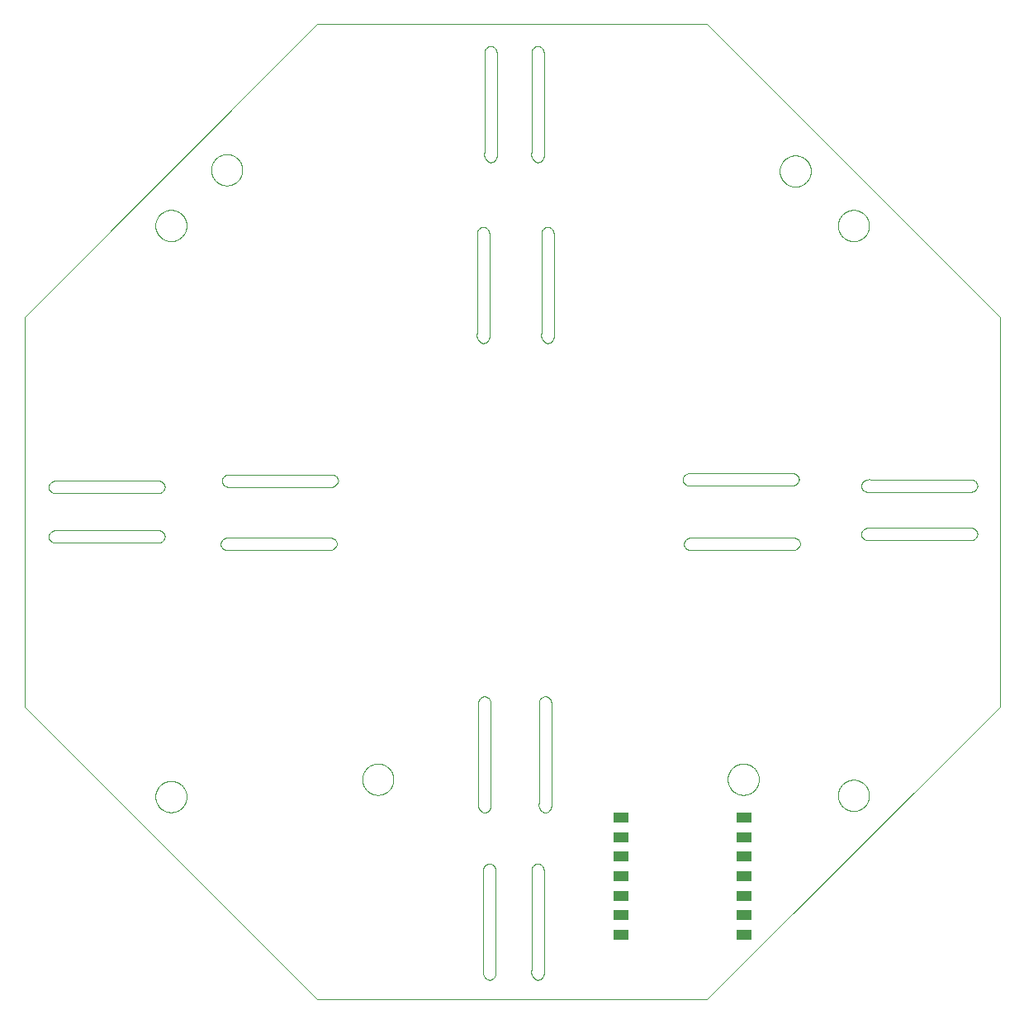
<source format=gbp>
G75*
%MOIN*%
%OFA0B0*%
%FSLAX25Y25*%
%IPPOS*%
%LPD*%
%AMOC8*
5,1,8,0,0,1.08239X$1,22.5*
%
%ADD10C,0.00100*%
%ADD11C,0.00000*%
%ADD12R,0.05906X0.03937*%
D10*
X0129480Y0012130D02*
X0011370Y0130240D01*
X0011370Y0287720D01*
X0129480Y0405831D01*
X0286961Y0405831D01*
X0405071Y0287720D01*
X0405071Y0130240D01*
X0286961Y0012130D01*
X0129480Y0012130D01*
X0196500Y0024000D02*
X0196500Y0064000D01*
X0199000Y0067000D02*
X0199103Y0066988D01*
X0199205Y0066973D01*
X0199306Y0066954D01*
X0199407Y0066932D01*
X0199507Y0066905D01*
X0199606Y0066875D01*
X0199703Y0066841D01*
X0199799Y0066804D01*
X0199894Y0066763D01*
X0199987Y0066718D01*
X0200079Y0066670D01*
X0200168Y0066619D01*
X0200256Y0066564D01*
X0200341Y0066506D01*
X0200425Y0066445D01*
X0200505Y0066381D01*
X0200584Y0066314D01*
X0200660Y0066244D01*
X0200733Y0066171D01*
X0200803Y0066096D01*
X0200871Y0066018D01*
X0200936Y0065937D01*
X0200997Y0065854D01*
X0201056Y0065769D01*
X0201111Y0065682D01*
X0201163Y0065592D01*
X0201211Y0065501D01*
X0201256Y0065408D01*
X0201298Y0065314D01*
X0201336Y0065218D01*
X0201370Y0065120D01*
X0201401Y0065022D01*
X0201428Y0064922D01*
X0201451Y0064822D01*
X0201471Y0064720D01*
X0201486Y0064618D01*
X0201498Y0064516D01*
X0201506Y0064413D01*
X0201510Y0064309D01*
X0201511Y0064206D01*
X0201507Y0064103D01*
X0201500Y0064000D01*
X0201500Y0023000D01*
X0199000Y0020000D02*
X0198890Y0020028D01*
X0198780Y0020059D01*
X0198672Y0020094D01*
X0198565Y0020133D01*
X0198459Y0020175D01*
X0198355Y0020221D01*
X0198252Y0020270D01*
X0198151Y0020323D01*
X0198052Y0020380D01*
X0197955Y0020439D01*
X0197860Y0020502D01*
X0197768Y0020568D01*
X0197677Y0020637D01*
X0197589Y0020710D01*
X0197504Y0020785D01*
X0197421Y0020863D01*
X0197341Y0020944D01*
X0197263Y0021028D01*
X0197189Y0021114D01*
X0197118Y0021203D01*
X0197049Y0021294D01*
X0196984Y0021387D01*
X0196922Y0021482D01*
X0196863Y0021580D01*
X0196808Y0021680D01*
X0196756Y0021781D01*
X0196708Y0021884D01*
X0196663Y0021989D01*
X0196621Y0022095D01*
X0196584Y0022202D01*
X0196550Y0022311D01*
X0196520Y0022421D01*
X0196493Y0022532D01*
X0196471Y0022643D01*
X0196452Y0022755D01*
X0196437Y0022868D01*
X0196426Y0022982D01*
X0196419Y0023095D01*
X0196415Y0023209D01*
X0196416Y0023323D01*
X0196420Y0023437D01*
X0196429Y0023550D01*
X0196441Y0023664D01*
X0196457Y0023776D01*
X0196477Y0023889D01*
X0196500Y0024000D01*
X0199000Y0020000D02*
X0199103Y0020012D01*
X0199205Y0020027D01*
X0199306Y0020046D01*
X0199407Y0020068D01*
X0199507Y0020095D01*
X0199606Y0020125D01*
X0199703Y0020159D01*
X0199799Y0020196D01*
X0199894Y0020237D01*
X0199987Y0020282D01*
X0200079Y0020330D01*
X0200168Y0020381D01*
X0200256Y0020436D01*
X0200341Y0020494D01*
X0200425Y0020555D01*
X0200505Y0020619D01*
X0200584Y0020686D01*
X0200660Y0020756D01*
X0200733Y0020829D01*
X0200803Y0020904D01*
X0200871Y0020982D01*
X0200936Y0021063D01*
X0200997Y0021146D01*
X0201056Y0021231D01*
X0201111Y0021318D01*
X0201163Y0021408D01*
X0201211Y0021499D01*
X0201256Y0021592D01*
X0201298Y0021686D01*
X0201336Y0021782D01*
X0201370Y0021880D01*
X0201401Y0021978D01*
X0201428Y0022078D01*
X0201451Y0022178D01*
X0201471Y0022280D01*
X0201486Y0022382D01*
X0201498Y0022484D01*
X0201506Y0022587D01*
X0201510Y0022691D01*
X0201511Y0022794D01*
X0201507Y0022897D01*
X0201500Y0023000D01*
X0216000Y0024000D02*
X0216000Y0064000D01*
X0218500Y0067000D02*
X0218603Y0066988D01*
X0218705Y0066973D01*
X0218806Y0066954D01*
X0218907Y0066932D01*
X0219007Y0066905D01*
X0219106Y0066875D01*
X0219203Y0066841D01*
X0219299Y0066804D01*
X0219394Y0066763D01*
X0219487Y0066718D01*
X0219579Y0066670D01*
X0219668Y0066619D01*
X0219756Y0066564D01*
X0219841Y0066506D01*
X0219925Y0066445D01*
X0220005Y0066381D01*
X0220084Y0066314D01*
X0220160Y0066244D01*
X0220233Y0066171D01*
X0220303Y0066096D01*
X0220371Y0066018D01*
X0220436Y0065937D01*
X0220497Y0065854D01*
X0220556Y0065769D01*
X0220611Y0065682D01*
X0220663Y0065592D01*
X0220711Y0065501D01*
X0220756Y0065408D01*
X0220798Y0065314D01*
X0220836Y0065218D01*
X0220870Y0065120D01*
X0220901Y0065022D01*
X0220928Y0064922D01*
X0220951Y0064822D01*
X0220971Y0064720D01*
X0220986Y0064618D01*
X0220998Y0064516D01*
X0221006Y0064413D01*
X0221010Y0064309D01*
X0221011Y0064206D01*
X0221007Y0064103D01*
X0221000Y0064000D01*
X0221000Y0023000D01*
X0218500Y0020000D02*
X0218390Y0020028D01*
X0218280Y0020059D01*
X0218172Y0020094D01*
X0218065Y0020133D01*
X0217959Y0020175D01*
X0217855Y0020221D01*
X0217752Y0020270D01*
X0217651Y0020323D01*
X0217552Y0020380D01*
X0217455Y0020439D01*
X0217360Y0020502D01*
X0217268Y0020568D01*
X0217177Y0020637D01*
X0217089Y0020710D01*
X0217004Y0020785D01*
X0216921Y0020863D01*
X0216841Y0020944D01*
X0216763Y0021028D01*
X0216689Y0021114D01*
X0216618Y0021203D01*
X0216549Y0021294D01*
X0216484Y0021387D01*
X0216422Y0021482D01*
X0216363Y0021580D01*
X0216308Y0021680D01*
X0216256Y0021781D01*
X0216208Y0021884D01*
X0216163Y0021989D01*
X0216121Y0022095D01*
X0216084Y0022202D01*
X0216050Y0022311D01*
X0216020Y0022421D01*
X0215993Y0022532D01*
X0215971Y0022643D01*
X0215952Y0022755D01*
X0215937Y0022868D01*
X0215926Y0022982D01*
X0215919Y0023095D01*
X0215915Y0023209D01*
X0215916Y0023323D01*
X0215920Y0023437D01*
X0215929Y0023550D01*
X0215941Y0023664D01*
X0215957Y0023776D01*
X0215977Y0023889D01*
X0216000Y0024000D01*
X0218500Y0020000D02*
X0218603Y0020012D01*
X0218705Y0020027D01*
X0218806Y0020046D01*
X0218907Y0020068D01*
X0219007Y0020095D01*
X0219106Y0020125D01*
X0219203Y0020159D01*
X0219299Y0020196D01*
X0219394Y0020237D01*
X0219487Y0020282D01*
X0219579Y0020330D01*
X0219668Y0020381D01*
X0219756Y0020436D01*
X0219841Y0020494D01*
X0219925Y0020555D01*
X0220005Y0020619D01*
X0220084Y0020686D01*
X0220160Y0020756D01*
X0220233Y0020829D01*
X0220303Y0020904D01*
X0220371Y0020982D01*
X0220436Y0021063D01*
X0220497Y0021146D01*
X0220556Y0021231D01*
X0220611Y0021318D01*
X0220663Y0021408D01*
X0220711Y0021499D01*
X0220756Y0021592D01*
X0220798Y0021686D01*
X0220836Y0021782D01*
X0220870Y0021880D01*
X0220901Y0021978D01*
X0220928Y0022078D01*
X0220951Y0022178D01*
X0220971Y0022280D01*
X0220986Y0022382D01*
X0220998Y0022484D01*
X0221006Y0022587D01*
X0221010Y0022691D01*
X0221011Y0022794D01*
X0221007Y0022897D01*
X0221000Y0023000D01*
X0216000Y0064000D02*
X0215993Y0064103D01*
X0215989Y0064206D01*
X0215990Y0064309D01*
X0215994Y0064413D01*
X0216002Y0064516D01*
X0216014Y0064618D01*
X0216029Y0064720D01*
X0216049Y0064822D01*
X0216072Y0064922D01*
X0216099Y0065022D01*
X0216130Y0065120D01*
X0216164Y0065218D01*
X0216202Y0065314D01*
X0216244Y0065408D01*
X0216289Y0065501D01*
X0216337Y0065592D01*
X0216389Y0065682D01*
X0216444Y0065769D01*
X0216503Y0065854D01*
X0216564Y0065937D01*
X0216629Y0066018D01*
X0216697Y0066096D01*
X0216767Y0066171D01*
X0216840Y0066244D01*
X0216916Y0066314D01*
X0216995Y0066381D01*
X0217075Y0066445D01*
X0217159Y0066506D01*
X0217244Y0066564D01*
X0217332Y0066619D01*
X0217421Y0066670D01*
X0217513Y0066718D01*
X0217606Y0066763D01*
X0217701Y0066804D01*
X0217797Y0066841D01*
X0217894Y0066875D01*
X0217993Y0066905D01*
X0218093Y0066932D01*
X0218194Y0066954D01*
X0218295Y0066973D01*
X0218397Y0066988D01*
X0218500Y0067000D01*
X0199000Y0067000D02*
X0198897Y0066988D01*
X0198795Y0066973D01*
X0198694Y0066954D01*
X0198593Y0066932D01*
X0198493Y0066905D01*
X0198394Y0066875D01*
X0198297Y0066841D01*
X0198201Y0066804D01*
X0198106Y0066763D01*
X0198013Y0066718D01*
X0197921Y0066670D01*
X0197832Y0066619D01*
X0197744Y0066564D01*
X0197659Y0066506D01*
X0197575Y0066445D01*
X0197495Y0066381D01*
X0197416Y0066314D01*
X0197340Y0066244D01*
X0197267Y0066171D01*
X0197197Y0066096D01*
X0197129Y0066018D01*
X0197064Y0065937D01*
X0197003Y0065854D01*
X0196944Y0065769D01*
X0196889Y0065682D01*
X0196837Y0065592D01*
X0196789Y0065501D01*
X0196744Y0065408D01*
X0196702Y0065314D01*
X0196664Y0065218D01*
X0196630Y0065120D01*
X0196599Y0065022D01*
X0196572Y0064922D01*
X0196549Y0064822D01*
X0196529Y0064720D01*
X0196514Y0064618D01*
X0196502Y0064516D01*
X0196494Y0064413D01*
X0196490Y0064309D01*
X0196489Y0064206D01*
X0196493Y0064103D01*
X0196500Y0064000D01*
X0197000Y0087500D02*
X0197103Y0087512D01*
X0197205Y0087527D01*
X0197306Y0087546D01*
X0197407Y0087568D01*
X0197507Y0087595D01*
X0197606Y0087625D01*
X0197703Y0087659D01*
X0197799Y0087696D01*
X0197894Y0087737D01*
X0197987Y0087782D01*
X0198079Y0087830D01*
X0198168Y0087881D01*
X0198256Y0087936D01*
X0198341Y0087994D01*
X0198425Y0088055D01*
X0198505Y0088119D01*
X0198584Y0088186D01*
X0198660Y0088256D01*
X0198733Y0088329D01*
X0198803Y0088404D01*
X0198871Y0088482D01*
X0198936Y0088563D01*
X0198997Y0088646D01*
X0199056Y0088731D01*
X0199111Y0088818D01*
X0199163Y0088908D01*
X0199211Y0088999D01*
X0199256Y0089092D01*
X0199298Y0089186D01*
X0199336Y0089282D01*
X0199370Y0089380D01*
X0199401Y0089478D01*
X0199428Y0089578D01*
X0199451Y0089678D01*
X0199471Y0089780D01*
X0199486Y0089882D01*
X0199498Y0089984D01*
X0199506Y0090087D01*
X0199510Y0090191D01*
X0199511Y0090294D01*
X0199507Y0090397D01*
X0199500Y0090500D01*
X0199500Y0131500D01*
X0197000Y0134500D02*
X0196897Y0134488D01*
X0196795Y0134473D01*
X0196694Y0134454D01*
X0196593Y0134432D01*
X0196493Y0134405D01*
X0196394Y0134375D01*
X0196297Y0134341D01*
X0196201Y0134304D01*
X0196106Y0134263D01*
X0196013Y0134218D01*
X0195921Y0134170D01*
X0195832Y0134119D01*
X0195744Y0134064D01*
X0195659Y0134006D01*
X0195575Y0133945D01*
X0195495Y0133881D01*
X0195416Y0133814D01*
X0195340Y0133744D01*
X0195267Y0133671D01*
X0195197Y0133596D01*
X0195129Y0133518D01*
X0195064Y0133437D01*
X0195003Y0133354D01*
X0194944Y0133269D01*
X0194889Y0133182D01*
X0194837Y0133092D01*
X0194789Y0133001D01*
X0194744Y0132908D01*
X0194702Y0132814D01*
X0194664Y0132718D01*
X0194630Y0132620D01*
X0194599Y0132522D01*
X0194572Y0132422D01*
X0194549Y0132322D01*
X0194529Y0132220D01*
X0194514Y0132118D01*
X0194502Y0132016D01*
X0194494Y0131913D01*
X0194490Y0131809D01*
X0194489Y0131706D01*
X0194493Y0131603D01*
X0194500Y0131500D01*
X0194500Y0091500D01*
X0194477Y0091389D01*
X0194457Y0091276D01*
X0194441Y0091164D01*
X0194429Y0091050D01*
X0194420Y0090937D01*
X0194416Y0090823D01*
X0194415Y0090709D01*
X0194419Y0090595D01*
X0194426Y0090482D01*
X0194437Y0090368D01*
X0194452Y0090255D01*
X0194471Y0090143D01*
X0194493Y0090032D01*
X0194520Y0089921D01*
X0194550Y0089811D01*
X0194584Y0089702D01*
X0194621Y0089595D01*
X0194663Y0089489D01*
X0194708Y0089384D01*
X0194756Y0089281D01*
X0194808Y0089180D01*
X0194863Y0089080D01*
X0194922Y0088982D01*
X0194984Y0088887D01*
X0195049Y0088794D01*
X0195118Y0088703D01*
X0195189Y0088614D01*
X0195263Y0088528D01*
X0195341Y0088444D01*
X0195421Y0088363D01*
X0195504Y0088285D01*
X0195589Y0088210D01*
X0195677Y0088137D01*
X0195768Y0088068D01*
X0195860Y0088002D01*
X0195955Y0087939D01*
X0196052Y0087880D01*
X0196151Y0087823D01*
X0196252Y0087770D01*
X0196355Y0087721D01*
X0196459Y0087675D01*
X0196565Y0087633D01*
X0196672Y0087594D01*
X0196780Y0087559D01*
X0196890Y0087528D01*
X0197000Y0087500D01*
X0219000Y0091500D02*
X0219000Y0131500D01*
X0221500Y0134500D02*
X0221603Y0134488D01*
X0221705Y0134473D01*
X0221806Y0134454D01*
X0221907Y0134432D01*
X0222007Y0134405D01*
X0222106Y0134375D01*
X0222203Y0134341D01*
X0222299Y0134304D01*
X0222394Y0134263D01*
X0222487Y0134218D01*
X0222579Y0134170D01*
X0222668Y0134119D01*
X0222756Y0134064D01*
X0222841Y0134006D01*
X0222925Y0133945D01*
X0223005Y0133881D01*
X0223084Y0133814D01*
X0223160Y0133744D01*
X0223233Y0133671D01*
X0223303Y0133596D01*
X0223371Y0133518D01*
X0223436Y0133437D01*
X0223497Y0133354D01*
X0223556Y0133269D01*
X0223611Y0133182D01*
X0223663Y0133092D01*
X0223711Y0133001D01*
X0223756Y0132908D01*
X0223798Y0132814D01*
X0223836Y0132718D01*
X0223870Y0132620D01*
X0223901Y0132522D01*
X0223928Y0132422D01*
X0223951Y0132322D01*
X0223971Y0132220D01*
X0223986Y0132118D01*
X0223998Y0132016D01*
X0224006Y0131913D01*
X0224010Y0131809D01*
X0224011Y0131706D01*
X0224007Y0131603D01*
X0224000Y0131500D01*
X0224000Y0090500D01*
X0221500Y0087500D02*
X0221390Y0087528D01*
X0221280Y0087559D01*
X0221172Y0087594D01*
X0221065Y0087633D01*
X0220959Y0087675D01*
X0220855Y0087721D01*
X0220752Y0087770D01*
X0220651Y0087823D01*
X0220552Y0087880D01*
X0220455Y0087939D01*
X0220360Y0088002D01*
X0220268Y0088068D01*
X0220177Y0088137D01*
X0220089Y0088210D01*
X0220004Y0088285D01*
X0219921Y0088363D01*
X0219841Y0088444D01*
X0219763Y0088528D01*
X0219689Y0088614D01*
X0219618Y0088703D01*
X0219549Y0088794D01*
X0219484Y0088887D01*
X0219422Y0088982D01*
X0219363Y0089080D01*
X0219308Y0089180D01*
X0219256Y0089281D01*
X0219208Y0089384D01*
X0219163Y0089489D01*
X0219121Y0089595D01*
X0219084Y0089702D01*
X0219050Y0089811D01*
X0219020Y0089921D01*
X0218993Y0090032D01*
X0218971Y0090143D01*
X0218952Y0090255D01*
X0218937Y0090368D01*
X0218926Y0090482D01*
X0218919Y0090595D01*
X0218915Y0090709D01*
X0218916Y0090823D01*
X0218920Y0090937D01*
X0218929Y0091050D01*
X0218941Y0091164D01*
X0218957Y0091276D01*
X0218977Y0091389D01*
X0219000Y0091500D01*
X0221500Y0087500D02*
X0221603Y0087512D01*
X0221705Y0087527D01*
X0221806Y0087546D01*
X0221907Y0087568D01*
X0222007Y0087595D01*
X0222106Y0087625D01*
X0222203Y0087659D01*
X0222299Y0087696D01*
X0222394Y0087737D01*
X0222487Y0087782D01*
X0222579Y0087830D01*
X0222668Y0087881D01*
X0222756Y0087936D01*
X0222841Y0087994D01*
X0222925Y0088055D01*
X0223005Y0088119D01*
X0223084Y0088186D01*
X0223160Y0088256D01*
X0223233Y0088329D01*
X0223303Y0088404D01*
X0223371Y0088482D01*
X0223436Y0088563D01*
X0223497Y0088646D01*
X0223556Y0088731D01*
X0223611Y0088818D01*
X0223663Y0088908D01*
X0223711Y0088999D01*
X0223756Y0089092D01*
X0223798Y0089186D01*
X0223836Y0089282D01*
X0223870Y0089380D01*
X0223901Y0089478D01*
X0223928Y0089578D01*
X0223951Y0089678D01*
X0223971Y0089780D01*
X0223986Y0089882D01*
X0223998Y0089984D01*
X0224006Y0090087D01*
X0224010Y0090191D01*
X0224011Y0090294D01*
X0224007Y0090397D01*
X0224000Y0090500D01*
X0219000Y0131500D02*
X0218993Y0131603D01*
X0218989Y0131706D01*
X0218990Y0131809D01*
X0218994Y0131913D01*
X0219002Y0132016D01*
X0219014Y0132118D01*
X0219029Y0132220D01*
X0219049Y0132322D01*
X0219072Y0132422D01*
X0219099Y0132522D01*
X0219130Y0132620D01*
X0219164Y0132718D01*
X0219202Y0132814D01*
X0219244Y0132908D01*
X0219289Y0133001D01*
X0219337Y0133092D01*
X0219389Y0133182D01*
X0219444Y0133269D01*
X0219503Y0133354D01*
X0219564Y0133437D01*
X0219629Y0133518D01*
X0219697Y0133596D01*
X0219767Y0133671D01*
X0219840Y0133744D01*
X0219916Y0133814D01*
X0219995Y0133881D01*
X0220075Y0133945D01*
X0220159Y0134006D01*
X0220244Y0134064D01*
X0220332Y0134119D01*
X0220421Y0134170D01*
X0220513Y0134218D01*
X0220606Y0134263D01*
X0220701Y0134304D01*
X0220797Y0134341D01*
X0220894Y0134375D01*
X0220993Y0134405D01*
X0221093Y0134432D01*
X0221194Y0134454D01*
X0221295Y0134473D01*
X0221397Y0134488D01*
X0221500Y0134500D01*
X0199500Y0131500D02*
X0199507Y0131603D01*
X0199511Y0131706D01*
X0199510Y0131809D01*
X0199506Y0131913D01*
X0199498Y0132016D01*
X0199486Y0132118D01*
X0199471Y0132220D01*
X0199451Y0132322D01*
X0199428Y0132422D01*
X0199401Y0132522D01*
X0199370Y0132620D01*
X0199336Y0132718D01*
X0199298Y0132814D01*
X0199256Y0132908D01*
X0199211Y0133001D01*
X0199163Y0133092D01*
X0199111Y0133182D01*
X0199056Y0133269D01*
X0198997Y0133354D01*
X0198936Y0133437D01*
X0198871Y0133518D01*
X0198803Y0133596D01*
X0198733Y0133671D01*
X0198660Y0133744D01*
X0198584Y0133814D01*
X0198505Y0133881D01*
X0198425Y0133945D01*
X0198341Y0134006D01*
X0198256Y0134064D01*
X0198168Y0134119D01*
X0198079Y0134170D01*
X0197987Y0134218D01*
X0197894Y0134263D01*
X0197799Y0134304D01*
X0197703Y0134341D01*
X0197606Y0134375D01*
X0197507Y0134405D01*
X0197407Y0134432D01*
X0197306Y0134454D01*
X0197205Y0134473D01*
X0197103Y0134488D01*
X0197000Y0134500D01*
X0133500Y0193500D02*
X0093500Y0193500D01*
X0090500Y0196000D02*
X0090512Y0196103D01*
X0090527Y0196205D01*
X0090546Y0196306D01*
X0090568Y0196407D01*
X0090595Y0196507D01*
X0090625Y0196606D01*
X0090659Y0196703D01*
X0090696Y0196799D01*
X0090737Y0196894D01*
X0090782Y0196987D01*
X0090830Y0197079D01*
X0090881Y0197168D01*
X0090936Y0197256D01*
X0090994Y0197341D01*
X0091055Y0197425D01*
X0091119Y0197505D01*
X0091186Y0197584D01*
X0091256Y0197660D01*
X0091329Y0197733D01*
X0091404Y0197803D01*
X0091482Y0197871D01*
X0091563Y0197936D01*
X0091646Y0197997D01*
X0091731Y0198056D01*
X0091818Y0198111D01*
X0091908Y0198163D01*
X0091999Y0198211D01*
X0092092Y0198256D01*
X0092186Y0198298D01*
X0092282Y0198336D01*
X0092380Y0198370D01*
X0092478Y0198401D01*
X0092578Y0198428D01*
X0092678Y0198451D01*
X0092780Y0198471D01*
X0092882Y0198486D01*
X0092984Y0198498D01*
X0093087Y0198506D01*
X0093191Y0198510D01*
X0093294Y0198511D01*
X0093397Y0198507D01*
X0093500Y0198500D01*
X0134500Y0198500D01*
X0137500Y0196000D02*
X0137472Y0195890D01*
X0137441Y0195780D01*
X0137406Y0195672D01*
X0137367Y0195565D01*
X0137325Y0195459D01*
X0137279Y0195355D01*
X0137230Y0195252D01*
X0137177Y0195151D01*
X0137120Y0195052D01*
X0137061Y0194955D01*
X0136998Y0194860D01*
X0136932Y0194768D01*
X0136863Y0194677D01*
X0136790Y0194589D01*
X0136715Y0194504D01*
X0136637Y0194421D01*
X0136556Y0194341D01*
X0136472Y0194263D01*
X0136386Y0194189D01*
X0136297Y0194118D01*
X0136206Y0194049D01*
X0136113Y0193984D01*
X0136018Y0193922D01*
X0135920Y0193863D01*
X0135820Y0193808D01*
X0135719Y0193756D01*
X0135616Y0193708D01*
X0135511Y0193663D01*
X0135405Y0193621D01*
X0135298Y0193584D01*
X0135189Y0193550D01*
X0135079Y0193520D01*
X0134968Y0193493D01*
X0134857Y0193471D01*
X0134745Y0193452D01*
X0134632Y0193437D01*
X0134518Y0193426D01*
X0134405Y0193419D01*
X0134291Y0193415D01*
X0134177Y0193416D01*
X0134063Y0193420D01*
X0133950Y0193429D01*
X0133836Y0193441D01*
X0133724Y0193457D01*
X0133611Y0193477D01*
X0133500Y0193500D01*
X0137500Y0196000D02*
X0137488Y0196103D01*
X0137473Y0196205D01*
X0137454Y0196306D01*
X0137432Y0196407D01*
X0137405Y0196507D01*
X0137375Y0196606D01*
X0137341Y0196703D01*
X0137304Y0196799D01*
X0137263Y0196894D01*
X0137218Y0196987D01*
X0137170Y0197079D01*
X0137119Y0197168D01*
X0137064Y0197256D01*
X0137006Y0197341D01*
X0136945Y0197425D01*
X0136881Y0197505D01*
X0136814Y0197584D01*
X0136744Y0197660D01*
X0136671Y0197733D01*
X0136596Y0197803D01*
X0136518Y0197871D01*
X0136437Y0197936D01*
X0136354Y0197997D01*
X0136269Y0198056D01*
X0136182Y0198111D01*
X0136092Y0198163D01*
X0136001Y0198211D01*
X0135908Y0198256D01*
X0135814Y0198298D01*
X0135718Y0198336D01*
X0135620Y0198370D01*
X0135522Y0198401D01*
X0135422Y0198428D01*
X0135322Y0198451D01*
X0135220Y0198471D01*
X0135118Y0198486D01*
X0135016Y0198498D01*
X0134913Y0198506D01*
X0134809Y0198510D01*
X0134706Y0198511D01*
X0134603Y0198507D01*
X0134500Y0198500D01*
X0134000Y0219000D02*
X0094000Y0219000D01*
X0091000Y0221500D02*
X0091012Y0221603D01*
X0091027Y0221705D01*
X0091046Y0221806D01*
X0091068Y0221907D01*
X0091095Y0222007D01*
X0091125Y0222106D01*
X0091159Y0222203D01*
X0091196Y0222299D01*
X0091237Y0222394D01*
X0091282Y0222487D01*
X0091330Y0222579D01*
X0091381Y0222668D01*
X0091436Y0222756D01*
X0091494Y0222841D01*
X0091555Y0222925D01*
X0091619Y0223005D01*
X0091686Y0223084D01*
X0091756Y0223160D01*
X0091829Y0223233D01*
X0091904Y0223303D01*
X0091982Y0223371D01*
X0092063Y0223436D01*
X0092146Y0223497D01*
X0092231Y0223556D01*
X0092318Y0223611D01*
X0092408Y0223663D01*
X0092499Y0223711D01*
X0092592Y0223756D01*
X0092686Y0223798D01*
X0092782Y0223836D01*
X0092880Y0223870D01*
X0092978Y0223901D01*
X0093078Y0223928D01*
X0093178Y0223951D01*
X0093280Y0223971D01*
X0093382Y0223986D01*
X0093484Y0223998D01*
X0093587Y0224006D01*
X0093691Y0224010D01*
X0093794Y0224011D01*
X0093897Y0224007D01*
X0094000Y0224000D01*
X0135000Y0224000D01*
X0138000Y0221500D02*
X0137972Y0221390D01*
X0137941Y0221280D01*
X0137906Y0221172D01*
X0137867Y0221065D01*
X0137825Y0220959D01*
X0137779Y0220855D01*
X0137730Y0220752D01*
X0137677Y0220651D01*
X0137620Y0220552D01*
X0137561Y0220455D01*
X0137498Y0220360D01*
X0137432Y0220268D01*
X0137363Y0220177D01*
X0137290Y0220089D01*
X0137215Y0220004D01*
X0137137Y0219921D01*
X0137056Y0219841D01*
X0136972Y0219763D01*
X0136886Y0219689D01*
X0136797Y0219618D01*
X0136706Y0219549D01*
X0136613Y0219484D01*
X0136518Y0219422D01*
X0136420Y0219363D01*
X0136320Y0219308D01*
X0136219Y0219256D01*
X0136116Y0219208D01*
X0136011Y0219163D01*
X0135905Y0219121D01*
X0135798Y0219084D01*
X0135689Y0219050D01*
X0135579Y0219020D01*
X0135468Y0218993D01*
X0135357Y0218971D01*
X0135245Y0218952D01*
X0135132Y0218937D01*
X0135018Y0218926D01*
X0134905Y0218919D01*
X0134791Y0218915D01*
X0134677Y0218916D01*
X0134563Y0218920D01*
X0134450Y0218929D01*
X0134336Y0218941D01*
X0134224Y0218957D01*
X0134111Y0218977D01*
X0134000Y0219000D01*
X0138000Y0221500D02*
X0137988Y0221603D01*
X0137973Y0221705D01*
X0137954Y0221806D01*
X0137932Y0221907D01*
X0137905Y0222007D01*
X0137875Y0222106D01*
X0137841Y0222203D01*
X0137804Y0222299D01*
X0137763Y0222394D01*
X0137718Y0222487D01*
X0137670Y0222579D01*
X0137619Y0222668D01*
X0137564Y0222756D01*
X0137506Y0222841D01*
X0137445Y0222925D01*
X0137381Y0223005D01*
X0137314Y0223084D01*
X0137244Y0223160D01*
X0137171Y0223233D01*
X0137096Y0223303D01*
X0137018Y0223371D01*
X0136937Y0223436D01*
X0136854Y0223497D01*
X0136769Y0223556D01*
X0136682Y0223611D01*
X0136592Y0223663D01*
X0136501Y0223711D01*
X0136408Y0223756D01*
X0136314Y0223798D01*
X0136218Y0223836D01*
X0136120Y0223870D01*
X0136022Y0223901D01*
X0135922Y0223928D01*
X0135822Y0223951D01*
X0135720Y0223971D01*
X0135618Y0223986D01*
X0135516Y0223998D01*
X0135413Y0224006D01*
X0135309Y0224010D01*
X0135206Y0224011D01*
X0135103Y0224007D01*
X0135000Y0224000D01*
X0094000Y0219000D02*
X0093897Y0218993D01*
X0093794Y0218989D01*
X0093691Y0218990D01*
X0093587Y0218994D01*
X0093484Y0219002D01*
X0093382Y0219014D01*
X0093280Y0219029D01*
X0093178Y0219049D01*
X0093078Y0219072D01*
X0092978Y0219099D01*
X0092880Y0219130D01*
X0092782Y0219164D01*
X0092686Y0219202D01*
X0092592Y0219244D01*
X0092499Y0219289D01*
X0092408Y0219337D01*
X0092318Y0219389D01*
X0092231Y0219444D01*
X0092146Y0219503D01*
X0092063Y0219564D01*
X0091982Y0219629D01*
X0091904Y0219697D01*
X0091829Y0219767D01*
X0091756Y0219840D01*
X0091686Y0219916D01*
X0091619Y0219995D01*
X0091555Y0220075D01*
X0091494Y0220159D01*
X0091436Y0220244D01*
X0091381Y0220332D01*
X0091330Y0220421D01*
X0091282Y0220513D01*
X0091237Y0220606D01*
X0091196Y0220701D01*
X0091159Y0220797D01*
X0091125Y0220894D01*
X0091095Y0220993D01*
X0091068Y0221093D01*
X0091046Y0221194D01*
X0091027Y0221295D01*
X0091012Y0221397D01*
X0091000Y0221500D01*
X0090500Y0196000D02*
X0090512Y0195897D01*
X0090527Y0195795D01*
X0090546Y0195694D01*
X0090568Y0195593D01*
X0090595Y0195493D01*
X0090625Y0195394D01*
X0090659Y0195297D01*
X0090696Y0195201D01*
X0090737Y0195106D01*
X0090782Y0195013D01*
X0090830Y0194921D01*
X0090881Y0194832D01*
X0090936Y0194744D01*
X0090994Y0194659D01*
X0091055Y0194575D01*
X0091119Y0194495D01*
X0091186Y0194416D01*
X0091256Y0194340D01*
X0091329Y0194267D01*
X0091404Y0194197D01*
X0091482Y0194129D01*
X0091563Y0194064D01*
X0091646Y0194003D01*
X0091731Y0193944D01*
X0091818Y0193889D01*
X0091908Y0193837D01*
X0091999Y0193789D01*
X0092092Y0193744D01*
X0092186Y0193702D01*
X0092282Y0193664D01*
X0092380Y0193630D01*
X0092478Y0193599D01*
X0092578Y0193572D01*
X0092678Y0193549D01*
X0092780Y0193529D01*
X0092882Y0193514D01*
X0092984Y0193502D01*
X0093087Y0193494D01*
X0093191Y0193490D01*
X0093294Y0193489D01*
X0093397Y0193493D01*
X0093500Y0193500D01*
X0065000Y0196500D02*
X0024000Y0196500D01*
X0021000Y0199000D02*
X0021028Y0199110D01*
X0021059Y0199220D01*
X0021094Y0199328D01*
X0021133Y0199435D01*
X0021175Y0199541D01*
X0021221Y0199645D01*
X0021270Y0199748D01*
X0021323Y0199849D01*
X0021380Y0199948D01*
X0021439Y0200045D01*
X0021502Y0200140D01*
X0021568Y0200232D01*
X0021637Y0200323D01*
X0021710Y0200411D01*
X0021785Y0200496D01*
X0021863Y0200579D01*
X0021944Y0200659D01*
X0022028Y0200737D01*
X0022114Y0200811D01*
X0022203Y0200882D01*
X0022294Y0200951D01*
X0022387Y0201016D01*
X0022482Y0201078D01*
X0022580Y0201137D01*
X0022680Y0201192D01*
X0022781Y0201244D01*
X0022884Y0201292D01*
X0022989Y0201337D01*
X0023095Y0201379D01*
X0023202Y0201416D01*
X0023311Y0201450D01*
X0023421Y0201480D01*
X0023532Y0201507D01*
X0023643Y0201529D01*
X0023755Y0201548D01*
X0023868Y0201563D01*
X0023982Y0201574D01*
X0024095Y0201581D01*
X0024209Y0201585D01*
X0024323Y0201584D01*
X0024437Y0201580D01*
X0024550Y0201571D01*
X0024664Y0201559D01*
X0024776Y0201543D01*
X0024889Y0201523D01*
X0025000Y0201500D01*
X0065000Y0201500D01*
X0068000Y0199000D02*
X0067988Y0198897D01*
X0067973Y0198795D01*
X0067954Y0198694D01*
X0067932Y0198593D01*
X0067905Y0198493D01*
X0067875Y0198394D01*
X0067841Y0198297D01*
X0067804Y0198201D01*
X0067763Y0198106D01*
X0067718Y0198013D01*
X0067670Y0197921D01*
X0067619Y0197832D01*
X0067564Y0197744D01*
X0067506Y0197659D01*
X0067445Y0197575D01*
X0067381Y0197495D01*
X0067314Y0197416D01*
X0067244Y0197340D01*
X0067171Y0197267D01*
X0067096Y0197197D01*
X0067018Y0197129D01*
X0066937Y0197064D01*
X0066854Y0197003D01*
X0066769Y0196944D01*
X0066682Y0196889D01*
X0066592Y0196837D01*
X0066501Y0196789D01*
X0066408Y0196744D01*
X0066314Y0196702D01*
X0066218Y0196664D01*
X0066120Y0196630D01*
X0066022Y0196599D01*
X0065922Y0196572D01*
X0065822Y0196549D01*
X0065720Y0196529D01*
X0065618Y0196514D01*
X0065516Y0196502D01*
X0065413Y0196494D01*
X0065309Y0196490D01*
X0065206Y0196489D01*
X0065103Y0196493D01*
X0065000Y0196500D01*
X0068000Y0199000D02*
X0067988Y0199103D01*
X0067973Y0199205D01*
X0067954Y0199306D01*
X0067932Y0199407D01*
X0067905Y0199507D01*
X0067875Y0199606D01*
X0067841Y0199703D01*
X0067804Y0199799D01*
X0067763Y0199894D01*
X0067718Y0199987D01*
X0067670Y0200079D01*
X0067619Y0200168D01*
X0067564Y0200256D01*
X0067506Y0200341D01*
X0067445Y0200425D01*
X0067381Y0200505D01*
X0067314Y0200584D01*
X0067244Y0200660D01*
X0067171Y0200733D01*
X0067096Y0200803D01*
X0067018Y0200871D01*
X0066937Y0200936D01*
X0066854Y0200997D01*
X0066769Y0201056D01*
X0066682Y0201111D01*
X0066592Y0201163D01*
X0066501Y0201211D01*
X0066408Y0201256D01*
X0066314Y0201298D01*
X0066218Y0201336D01*
X0066120Y0201370D01*
X0066022Y0201401D01*
X0065922Y0201428D01*
X0065822Y0201451D01*
X0065720Y0201471D01*
X0065618Y0201486D01*
X0065516Y0201498D01*
X0065413Y0201506D01*
X0065309Y0201510D01*
X0065206Y0201511D01*
X0065103Y0201507D01*
X0065000Y0201500D01*
X0065000Y0216500D02*
X0024000Y0216500D01*
X0021000Y0219000D02*
X0021028Y0219110D01*
X0021059Y0219220D01*
X0021094Y0219328D01*
X0021133Y0219435D01*
X0021175Y0219541D01*
X0021221Y0219645D01*
X0021270Y0219748D01*
X0021323Y0219849D01*
X0021380Y0219948D01*
X0021439Y0220045D01*
X0021502Y0220140D01*
X0021568Y0220232D01*
X0021637Y0220323D01*
X0021710Y0220411D01*
X0021785Y0220496D01*
X0021863Y0220579D01*
X0021944Y0220659D01*
X0022028Y0220737D01*
X0022114Y0220811D01*
X0022203Y0220882D01*
X0022294Y0220951D01*
X0022387Y0221016D01*
X0022482Y0221078D01*
X0022580Y0221137D01*
X0022680Y0221192D01*
X0022781Y0221244D01*
X0022884Y0221292D01*
X0022989Y0221337D01*
X0023095Y0221379D01*
X0023202Y0221416D01*
X0023311Y0221450D01*
X0023421Y0221480D01*
X0023532Y0221507D01*
X0023643Y0221529D01*
X0023755Y0221548D01*
X0023868Y0221563D01*
X0023982Y0221574D01*
X0024095Y0221581D01*
X0024209Y0221585D01*
X0024323Y0221584D01*
X0024437Y0221580D01*
X0024550Y0221571D01*
X0024664Y0221559D01*
X0024776Y0221543D01*
X0024889Y0221523D01*
X0025000Y0221500D01*
X0065000Y0221500D01*
X0068000Y0219000D02*
X0067988Y0218897D01*
X0067973Y0218795D01*
X0067954Y0218694D01*
X0067932Y0218593D01*
X0067905Y0218493D01*
X0067875Y0218394D01*
X0067841Y0218297D01*
X0067804Y0218201D01*
X0067763Y0218106D01*
X0067718Y0218013D01*
X0067670Y0217921D01*
X0067619Y0217832D01*
X0067564Y0217744D01*
X0067506Y0217659D01*
X0067445Y0217575D01*
X0067381Y0217495D01*
X0067314Y0217416D01*
X0067244Y0217340D01*
X0067171Y0217267D01*
X0067096Y0217197D01*
X0067018Y0217129D01*
X0066937Y0217064D01*
X0066854Y0217003D01*
X0066769Y0216944D01*
X0066682Y0216889D01*
X0066592Y0216837D01*
X0066501Y0216789D01*
X0066408Y0216744D01*
X0066314Y0216702D01*
X0066218Y0216664D01*
X0066120Y0216630D01*
X0066022Y0216599D01*
X0065922Y0216572D01*
X0065822Y0216549D01*
X0065720Y0216529D01*
X0065618Y0216514D01*
X0065516Y0216502D01*
X0065413Y0216494D01*
X0065309Y0216490D01*
X0065206Y0216489D01*
X0065103Y0216493D01*
X0065000Y0216500D01*
X0068000Y0219000D02*
X0067988Y0219103D01*
X0067973Y0219205D01*
X0067954Y0219306D01*
X0067932Y0219407D01*
X0067905Y0219507D01*
X0067875Y0219606D01*
X0067841Y0219703D01*
X0067804Y0219799D01*
X0067763Y0219894D01*
X0067718Y0219987D01*
X0067670Y0220079D01*
X0067619Y0220168D01*
X0067564Y0220256D01*
X0067506Y0220341D01*
X0067445Y0220425D01*
X0067381Y0220505D01*
X0067314Y0220584D01*
X0067244Y0220660D01*
X0067171Y0220733D01*
X0067096Y0220803D01*
X0067018Y0220871D01*
X0066937Y0220936D01*
X0066854Y0220997D01*
X0066769Y0221056D01*
X0066682Y0221111D01*
X0066592Y0221163D01*
X0066501Y0221211D01*
X0066408Y0221256D01*
X0066314Y0221298D01*
X0066218Y0221336D01*
X0066120Y0221370D01*
X0066022Y0221401D01*
X0065922Y0221428D01*
X0065822Y0221451D01*
X0065720Y0221471D01*
X0065618Y0221486D01*
X0065516Y0221498D01*
X0065413Y0221506D01*
X0065309Y0221510D01*
X0065206Y0221511D01*
X0065103Y0221507D01*
X0065000Y0221500D01*
X0024000Y0216500D02*
X0023897Y0216493D01*
X0023794Y0216489D01*
X0023691Y0216490D01*
X0023587Y0216494D01*
X0023484Y0216502D01*
X0023382Y0216514D01*
X0023280Y0216529D01*
X0023178Y0216549D01*
X0023078Y0216572D01*
X0022978Y0216599D01*
X0022880Y0216630D01*
X0022782Y0216664D01*
X0022686Y0216702D01*
X0022592Y0216744D01*
X0022499Y0216789D01*
X0022408Y0216837D01*
X0022318Y0216889D01*
X0022231Y0216944D01*
X0022146Y0217003D01*
X0022063Y0217064D01*
X0021982Y0217129D01*
X0021904Y0217197D01*
X0021829Y0217267D01*
X0021756Y0217340D01*
X0021686Y0217416D01*
X0021619Y0217495D01*
X0021555Y0217575D01*
X0021494Y0217659D01*
X0021436Y0217744D01*
X0021381Y0217832D01*
X0021330Y0217921D01*
X0021282Y0218013D01*
X0021237Y0218106D01*
X0021196Y0218201D01*
X0021159Y0218297D01*
X0021125Y0218394D01*
X0021095Y0218493D01*
X0021068Y0218593D01*
X0021046Y0218694D01*
X0021027Y0218795D01*
X0021012Y0218897D01*
X0021000Y0219000D01*
X0021000Y0199000D02*
X0021012Y0198897D01*
X0021027Y0198795D01*
X0021046Y0198694D01*
X0021068Y0198593D01*
X0021095Y0198493D01*
X0021125Y0198394D01*
X0021159Y0198297D01*
X0021196Y0198201D01*
X0021237Y0198106D01*
X0021282Y0198013D01*
X0021330Y0197921D01*
X0021381Y0197832D01*
X0021436Y0197744D01*
X0021494Y0197659D01*
X0021555Y0197575D01*
X0021619Y0197495D01*
X0021686Y0197416D01*
X0021756Y0197340D01*
X0021829Y0197267D01*
X0021904Y0197197D01*
X0021982Y0197129D01*
X0022063Y0197064D01*
X0022146Y0197003D01*
X0022231Y0196944D01*
X0022318Y0196889D01*
X0022408Y0196837D01*
X0022499Y0196789D01*
X0022592Y0196744D01*
X0022686Y0196702D01*
X0022782Y0196664D01*
X0022880Y0196630D01*
X0022978Y0196599D01*
X0023078Y0196572D01*
X0023178Y0196549D01*
X0023280Y0196529D01*
X0023382Y0196514D01*
X0023484Y0196502D01*
X0023587Y0196494D01*
X0023691Y0196490D01*
X0023794Y0196489D01*
X0023897Y0196493D01*
X0024000Y0196500D01*
X0194000Y0281000D02*
X0194000Y0321000D01*
X0196500Y0324000D02*
X0196603Y0323988D01*
X0196705Y0323973D01*
X0196806Y0323954D01*
X0196907Y0323932D01*
X0197007Y0323905D01*
X0197106Y0323875D01*
X0197203Y0323841D01*
X0197299Y0323804D01*
X0197394Y0323763D01*
X0197487Y0323718D01*
X0197579Y0323670D01*
X0197668Y0323619D01*
X0197756Y0323564D01*
X0197841Y0323506D01*
X0197925Y0323445D01*
X0198005Y0323381D01*
X0198084Y0323314D01*
X0198160Y0323244D01*
X0198233Y0323171D01*
X0198303Y0323096D01*
X0198371Y0323018D01*
X0198436Y0322937D01*
X0198497Y0322854D01*
X0198556Y0322769D01*
X0198611Y0322682D01*
X0198663Y0322592D01*
X0198711Y0322501D01*
X0198756Y0322408D01*
X0198798Y0322314D01*
X0198836Y0322218D01*
X0198870Y0322120D01*
X0198901Y0322022D01*
X0198928Y0321922D01*
X0198951Y0321822D01*
X0198971Y0321720D01*
X0198986Y0321618D01*
X0198998Y0321516D01*
X0199006Y0321413D01*
X0199010Y0321309D01*
X0199011Y0321206D01*
X0199007Y0321103D01*
X0199000Y0321000D01*
X0199000Y0280000D01*
X0196500Y0277000D02*
X0196390Y0277028D01*
X0196280Y0277059D01*
X0196172Y0277094D01*
X0196065Y0277133D01*
X0195959Y0277175D01*
X0195855Y0277221D01*
X0195752Y0277270D01*
X0195651Y0277323D01*
X0195552Y0277380D01*
X0195455Y0277439D01*
X0195360Y0277502D01*
X0195268Y0277568D01*
X0195177Y0277637D01*
X0195089Y0277710D01*
X0195004Y0277785D01*
X0194921Y0277863D01*
X0194841Y0277944D01*
X0194763Y0278028D01*
X0194689Y0278114D01*
X0194618Y0278203D01*
X0194549Y0278294D01*
X0194484Y0278387D01*
X0194422Y0278482D01*
X0194363Y0278580D01*
X0194308Y0278680D01*
X0194256Y0278781D01*
X0194208Y0278884D01*
X0194163Y0278989D01*
X0194121Y0279095D01*
X0194084Y0279202D01*
X0194050Y0279311D01*
X0194020Y0279421D01*
X0193993Y0279532D01*
X0193971Y0279643D01*
X0193952Y0279755D01*
X0193937Y0279868D01*
X0193926Y0279982D01*
X0193919Y0280095D01*
X0193915Y0280209D01*
X0193916Y0280323D01*
X0193920Y0280437D01*
X0193929Y0280550D01*
X0193941Y0280664D01*
X0193957Y0280776D01*
X0193977Y0280889D01*
X0194000Y0281000D01*
X0196500Y0277000D02*
X0196603Y0277012D01*
X0196705Y0277027D01*
X0196806Y0277046D01*
X0196907Y0277068D01*
X0197007Y0277095D01*
X0197106Y0277125D01*
X0197203Y0277159D01*
X0197299Y0277196D01*
X0197394Y0277237D01*
X0197487Y0277282D01*
X0197579Y0277330D01*
X0197668Y0277381D01*
X0197756Y0277436D01*
X0197841Y0277494D01*
X0197925Y0277555D01*
X0198005Y0277619D01*
X0198084Y0277686D01*
X0198160Y0277756D01*
X0198233Y0277829D01*
X0198303Y0277904D01*
X0198371Y0277982D01*
X0198436Y0278063D01*
X0198497Y0278146D01*
X0198556Y0278231D01*
X0198611Y0278318D01*
X0198663Y0278408D01*
X0198711Y0278499D01*
X0198756Y0278592D01*
X0198798Y0278686D01*
X0198836Y0278782D01*
X0198870Y0278880D01*
X0198901Y0278978D01*
X0198928Y0279078D01*
X0198951Y0279178D01*
X0198971Y0279280D01*
X0198986Y0279382D01*
X0198998Y0279484D01*
X0199006Y0279587D01*
X0199010Y0279691D01*
X0199011Y0279794D01*
X0199007Y0279897D01*
X0199000Y0280000D01*
X0220000Y0281000D02*
X0220000Y0321000D01*
X0222500Y0324000D02*
X0222603Y0323988D01*
X0222705Y0323973D01*
X0222806Y0323954D01*
X0222907Y0323932D01*
X0223007Y0323905D01*
X0223106Y0323875D01*
X0223203Y0323841D01*
X0223299Y0323804D01*
X0223394Y0323763D01*
X0223487Y0323718D01*
X0223579Y0323670D01*
X0223668Y0323619D01*
X0223756Y0323564D01*
X0223841Y0323506D01*
X0223925Y0323445D01*
X0224005Y0323381D01*
X0224084Y0323314D01*
X0224160Y0323244D01*
X0224233Y0323171D01*
X0224303Y0323096D01*
X0224371Y0323018D01*
X0224436Y0322937D01*
X0224497Y0322854D01*
X0224556Y0322769D01*
X0224611Y0322682D01*
X0224663Y0322592D01*
X0224711Y0322501D01*
X0224756Y0322408D01*
X0224798Y0322314D01*
X0224836Y0322218D01*
X0224870Y0322120D01*
X0224901Y0322022D01*
X0224928Y0321922D01*
X0224951Y0321822D01*
X0224971Y0321720D01*
X0224986Y0321618D01*
X0224998Y0321516D01*
X0225006Y0321413D01*
X0225010Y0321309D01*
X0225011Y0321206D01*
X0225007Y0321103D01*
X0225000Y0321000D01*
X0225000Y0280000D01*
X0222500Y0277000D02*
X0222390Y0277028D01*
X0222280Y0277059D01*
X0222172Y0277094D01*
X0222065Y0277133D01*
X0221959Y0277175D01*
X0221855Y0277221D01*
X0221752Y0277270D01*
X0221651Y0277323D01*
X0221552Y0277380D01*
X0221455Y0277439D01*
X0221360Y0277502D01*
X0221268Y0277568D01*
X0221177Y0277637D01*
X0221089Y0277710D01*
X0221004Y0277785D01*
X0220921Y0277863D01*
X0220841Y0277944D01*
X0220763Y0278028D01*
X0220689Y0278114D01*
X0220618Y0278203D01*
X0220549Y0278294D01*
X0220484Y0278387D01*
X0220422Y0278482D01*
X0220363Y0278580D01*
X0220308Y0278680D01*
X0220256Y0278781D01*
X0220208Y0278884D01*
X0220163Y0278989D01*
X0220121Y0279095D01*
X0220084Y0279202D01*
X0220050Y0279311D01*
X0220020Y0279421D01*
X0219993Y0279532D01*
X0219971Y0279643D01*
X0219952Y0279755D01*
X0219937Y0279868D01*
X0219926Y0279982D01*
X0219919Y0280095D01*
X0219915Y0280209D01*
X0219916Y0280323D01*
X0219920Y0280437D01*
X0219929Y0280550D01*
X0219941Y0280664D01*
X0219957Y0280776D01*
X0219977Y0280889D01*
X0220000Y0281000D01*
X0222500Y0277000D02*
X0222603Y0277012D01*
X0222705Y0277027D01*
X0222806Y0277046D01*
X0222907Y0277068D01*
X0223007Y0277095D01*
X0223106Y0277125D01*
X0223203Y0277159D01*
X0223299Y0277196D01*
X0223394Y0277237D01*
X0223487Y0277282D01*
X0223579Y0277330D01*
X0223668Y0277381D01*
X0223756Y0277436D01*
X0223841Y0277494D01*
X0223925Y0277555D01*
X0224005Y0277619D01*
X0224084Y0277686D01*
X0224160Y0277756D01*
X0224233Y0277829D01*
X0224303Y0277904D01*
X0224371Y0277982D01*
X0224436Y0278063D01*
X0224497Y0278146D01*
X0224556Y0278231D01*
X0224611Y0278318D01*
X0224663Y0278408D01*
X0224711Y0278499D01*
X0224756Y0278592D01*
X0224798Y0278686D01*
X0224836Y0278782D01*
X0224870Y0278880D01*
X0224901Y0278978D01*
X0224928Y0279078D01*
X0224951Y0279178D01*
X0224971Y0279280D01*
X0224986Y0279382D01*
X0224998Y0279484D01*
X0225006Y0279587D01*
X0225010Y0279691D01*
X0225011Y0279794D01*
X0225007Y0279897D01*
X0225000Y0280000D01*
X0220000Y0321000D02*
X0219993Y0321103D01*
X0219989Y0321206D01*
X0219990Y0321309D01*
X0219994Y0321413D01*
X0220002Y0321516D01*
X0220014Y0321618D01*
X0220029Y0321720D01*
X0220049Y0321822D01*
X0220072Y0321922D01*
X0220099Y0322022D01*
X0220130Y0322120D01*
X0220164Y0322218D01*
X0220202Y0322314D01*
X0220244Y0322408D01*
X0220289Y0322501D01*
X0220337Y0322592D01*
X0220389Y0322682D01*
X0220444Y0322769D01*
X0220503Y0322854D01*
X0220564Y0322937D01*
X0220629Y0323018D01*
X0220697Y0323096D01*
X0220767Y0323171D01*
X0220840Y0323244D01*
X0220916Y0323314D01*
X0220995Y0323381D01*
X0221075Y0323445D01*
X0221159Y0323506D01*
X0221244Y0323564D01*
X0221332Y0323619D01*
X0221421Y0323670D01*
X0221513Y0323718D01*
X0221606Y0323763D01*
X0221701Y0323804D01*
X0221797Y0323841D01*
X0221894Y0323875D01*
X0221993Y0323905D01*
X0222093Y0323932D01*
X0222194Y0323954D01*
X0222295Y0323973D01*
X0222397Y0323988D01*
X0222500Y0324000D01*
X0196500Y0324000D02*
X0196397Y0323988D01*
X0196295Y0323973D01*
X0196194Y0323954D01*
X0196093Y0323932D01*
X0195993Y0323905D01*
X0195894Y0323875D01*
X0195797Y0323841D01*
X0195701Y0323804D01*
X0195606Y0323763D01*
X0195513Y0323718D01*
X0195421Y0323670D01*
X0195332Y0323619D01*
X0195244Y0323564D01*
X0195159Y0323506D01*
X0195075Y0323445D01*
X0194995Y0323381D01*
X0194916Y0323314D01*
X0194840Y0323244D01*
X0194767Y0323171D01*
X0194697Y0323096D01*
X0194629Y0323018D01*
X0194564Y0322937D01*
X0194503Y0322854D01*
X0194444Y0322769D01*
X0194389Y0322682D01*
X0194337Y0322592D01*
X0194289Y0322501D01*
X0194244Y0322408D01*
X0194202Y0322314D01*
X0194164Y0322218D01*
X0194130Y0322120D01*
X0194099Y0322022D01*
X0194072Y0321922D01*
X0194049Y0321822D01*
X0194029Y0321720D01*
X0194014Y0321618D01*
X0194002Y0321516D01*
X0193994Y0321413D01*
X0193990Y0321309D01*
X0193989Y0321206D01*
X0193993Y0321103D01*
X0194000Y0321000D01*
X0199500Y0350000D02*
X0199603Y0350012D01*
X0199705Y0350027D01*
X0199806Y0350046D01*
X0199907Y0350068D01*
X0200007Y0350095D01*
X0200106Y0350125D01*
X0200203Y0350159D01*
X0200299Y0350196D01*
X0200394Y0350237D01*
X0200487Y0350282D01*
X0200579Y0350330D01*
X0200668Y0350381D01*
X0200756Y0350436D01*
X0200841Y0350494D01*
X0200925Y0350555D01*
X0201005Y0350619D01*
X0201084Y0350686D01*
X0201160Y0350756D01*
X0201233Y0350829D01*
X0201303Y0350904D01*
X0201371Y0350982D01*
X0201436Y0351063D01*
X0201497Y0351146D01*
X0201556Y0351231D01*
X0201611Y0351318D01*
X0201663Y0351408D01*
X0201711Y0351499D01*
X0201756Y0351592D01*
X0201798Y0351686D01*
X0201836Y0351782D01*
X0201870Y0351880D01*
X0201901Y0351978D01*
X0201928Y0352078D01*
X0201951Y0352178D01*
X0201971Y0352280D01*
X0201986Y0352382D01*
X0201998Y0352484D01*
X0202006Y0352587D01*
X0202010Y0352691D01*
X0202011Y0352794D01*
X0202007Y0352897D01*
X0202000Y0353000D01*
X0202000Y0394000D01*
X0199500Y0397000D02*
X0199397Y0396988D01*
X0199295Y0396973D01*
X0199194Y0396954D01*
X0199093Y0396932D01*
X0198993Y0396905D01*
X0198894Y0396875D01*
X0198797Y0396841D01*
X0198701Y0396804D01*
X0198606Y0396763D01*
X0198513Y0396718D01*
X0198421Y0396670D01*
X0198332Y0396619D01*
X0198244Y0396564D01*
X0198159Y0396506D01*
X0198075Y0396445D01*
X0197995Y0396381D01*
X0197916Y0396314D01*
X0197840Y0396244D01*
X0197767Y0396171D01*
X0197697Y0396096D01*
X0197629Y0396018D01*
X0197564Y0395937D01*
X0197503Y0395854D01*
X0197444Y0395769D01*
X0197389Y0395682D01*
X0197337Y0395592D01*
X0197289Y0395501D01*
X0197244Y0395408D01*
X0197202Y0395314D01*
X0197164Y0395218D01*
X0197130Y0395120D01*
X0197099Y0395022D01*
X0197072Y0394922D01*
X0197049Y0394822D01*
X0197029Y0394720D01*
X0197014Y0394618D01*
X0197002Y0394516D01*
X0196994Y0394413D01*
X0196990Y0394309D01*
X0196989Y0394206D01*
X0196993Y0394103D01*
X0197000Y0394000D01*
X0197000Y0354000D01*
X0196977Y0353889D01*
X0196957Y0353776D01*
X0196941Y0353664D01*
X0196929Y0353550D01*
X0196920Y0353437D01*
X0196916Y0353323D01*
X0196915Y0353209D01*
X0196919Y0353095D01*
X0196926Y0352982D01*
X0196937Y0352868D01*
X0196952Y0352755D01*
X0196971Y0352643D01*
X0196993Y0352532D01*
X0197020Y0352421D01*
X0197050Y0352311D01*
X0197084Y0352202D01*
X0197121Y0352095D01*
X0197163Y0351989D01*
X0197208Y0351884D01*
X0197256Y0351781D01*
X0197308Y0351680D01*
X0197363Y0351580D01*
X0197422Y0351482D01*
X0197484Y0351387D01*
X0197549Y0351294D01*
X0197618Y0351203D01*
X0197689Y0351114D01*
X0197763Y0351028D01*
X0197841Y0350944D01*
X0197921Y0350863D01*
X0198004Y0350785D01*
X0198089Y0350710D01*
X0198177Y0350637D01*
X0198268Y0350568D01*
X0198360Y0350502D01*
X0198455Y0350439D01*
X0198552Y0350380D01*
X0198651Y0350323D01*
X0198752Y0350270D01*
X0198855Y0350221D01*
X0198959Y0350175D01*
X0199065Y0350133D01*
X0199172Y0350094D01*
X0199280Y0350059D01*
X0199390Y0350028D01*
X0199500Y0350000D01*
X0216000Y0354000D02*
X0216000Y0394000D01*
X0218500Y0397000D02*
X0218603Y0396988D01*
X0218705Y0396973D01*
X0218806Y0396954D01*
X0218907Y0396932D01*
X0219007Y0396905D01*
X0219106Y0396875D01*
X0219203Y0396841D01*
X0219299Y0396804D01*
X0219394Y0396763D01*
X0219487Y0396718D01*
X0219579Y0396670D01*
X0219668Y0396619D01*
X0219756Y0396564D01*
X0219841Y0396506D01*
X0219925Y0396445D01*
X0220005Y0396381D01*
X0220084Y0396314D01*
X0220160Y0396244D01*
X0220233Y0396171D01*
X0220303Y0396096D01*
X0220371Y0396018D01*
X0220436Y0395937D01*
X0220497Y0395854D01*
X0220556Y0395769D01*
X0220611Y0395682D01*
X0220663Y0395592D01*
X0220711Y0395501D01*
X0220756Y0395408D01*
X0220798Y0395314D01*
X0220836Y0395218D01*
X0220870Y0395120D01*
X0220901Y0395022D01*
X0220928Y0394922D01*
X0220951Y0394822D01*
X0220971Y0394720D01*
X0220986Y0394618D01*
X0220998Y0394516D01*
X0221006Y0394413D01*
X0221010Y0394309D01*
X0221011Y0394206D01*
X0221007Y0394103D01*
X0221000Y0394000D01*
X0221000Y0353000D01*
X0218500Y0350000D02*
X0218390Y0350028D01*
X0218280Y0350059D01*
X0218172Y0350094D01*
X0218065Y0350133D01*
X0217959Y0350175D01*
X0217855Y0350221D01*
X0217752Y0350270D01*
X0217651Y0350323D01*
X0217552Y0350380D01*
X0217455Y0350439D01*
X0217360Y0350502D01*
X0217268Y0350568D01*
X0217177Y0350637D01*
X0217089Y0350710D01*
X0217004Y0350785D01*
X0216921Y0350863D01*
X0216841Y0350944D01*
X0216763Y0351028D01*
X0216689Y0351114D01*
X0216618Y0351203D01*
X0216549Y0351294D01*
X0216484Y0351387D01*
X0216422Y0351482D01*
X0216363Y0351580D01*
X0216308Y0351680D01*
X0216256Y0351781D01*
X0216208Y0351884D01*
X0216163Y0351989D01*
X0216121Y0352095D01*
X0216084Y0352202D01*
X0216050Y0352311D01*
X0216020Y0352421D01*
X0215993Y0352532D01*
X0215971Y0352643D01*
X0215952Y0352755D01*
X0215937Y0352868D01*
X0215926Y0352982D01*
X0215919Y0353095D01*
X0215915Y0353209D01*
X0215916Y0353323D01*
X0215920Y0353437D01*
X0215929Y0353550D01*
X0215941Y0353664D01*
X0215957Y0353776D01*
X0215977Y0353889D01*
X0216000Y0354000D01*
X0218500Y0350000D02*
X0218603Y0350012D01*
X0218705Y0350027D01*
X0218806Y0350046D01*
X0218907Y0350068D01*
X0219007Y0350095D01*
X0219106Y0350125D01*
X0219203Y0350159D01*
X0219299Y0350196D01*
X0219394Y0350237D01*
X0219487Y0350282D01*
X0219579Y0350330D01*
X0219668Y0350381D01*
X0219756Y0350436D01*
X0219841Y0350494D01*
X0219925Y0350555D01*
X0220005Y0350619D01*
X0220084Y0350686D01*
X0220160Y0350756D01*
X0220233Y0350829D01*
X0220303Y0350904D01*
X0220371Y0350982D01*
X0220436Y0351063D01*
X0220497Y0351146D01*
X0220556Y0351231D01*
X0220611Y0351318D01*
X0220663Y0351408D01*
X0220711Y0351499D01*
X0220756Y0351592D01*
X0220798Y0351686D01*
X0220836Y0351782D01*
X0220870Y0351880D01*
X0220901Y0351978D01*
X0220928Y0352078D01*
X0220951Y0352178D01*
X0220971Y0352280D01*
X0220986Y0352382D01*
X0220998Y0352484D01*
X0221006Y0352587D01*
X0221010Y0352691D01*
X0221011Y0352794D01*
X0221007Y0352897D01*
X0221000Y0353000D01*
X0216000Y0394000D02*
X0215993Y0394103D01*
X0215989Y0394206D01*
X0215990Y0394309D01*
X0215994Y0394413D01*
X0216002Y0394516D01*
X0216014Y0394618D01*
X0216029Y0394720D01*
X0216049Y0394822D01*
X0216072Y0394922D01*
X0216099Y0395022D01*
X0216130Y0395120D01*
X0216164Y0395218D01*
X0216202Y0395314D01*
X0216244Y0395408D01*
X0216289Y0395501D01*
X0216337Y0395592D01*
X0216389Y0395682D01*
X0216444Y0395769D01*
X0216503Y0395854D01*
X0216564Y0395937D01*
X0216629Y0396018D01*
X0216697Y0396096D01*
X0216767Y0396171D01*
X0216840Y0396244D01*
X0216916Y0396314D01*
X0216995Y0396381D01*
X0217075Y0396445D01*
X0217159Y0396506D01*
X0217244Y0396564D01*
X0217332Y0396619D01*
X0217421Y0396670D01*
X0217513Y0396718D01*
X0217606Y0396763D01*
X0217701Y0396804D01*
X0217797Y0396841D01*
X0217894Y0396875D01*
X0217993Y0396905D01*
X0218093Y0396932D01*
X0218194Y0396954D01*
X0218295Y0396973D01*
X0218397Y0396988D01*
X0218500Y0397000D01*
X0202000Y0394000D02*
X0202007Y0394103D01*
X0202011Y0394206D01*
X0202010Y0394309D01*
X0202006Y0394413D01*
X0201998Y0394516D01*
X0201986Y0394618D01*
X0201971Y0394720D01*
X0201951Y0394822D01*
X0201928Y0394922D01*
X0201901Y0395022D01*
X0201870Y0395120D01*
X0201836Y0395218D01*
X0201798Y0395314D01*
X0201756Y0395408D01*
X0201711Y0395501D01*
X0201663Y0395592D01*
X0201611Y0395682D01*
X0201556Y0395769D01*
X0201497Y0395854D01*
X0201436Y0395937D01*
X0201371Y0396018D01*
X0201303Y0396096D01*
X0201233Y0396171D01*
X0201160Y0396244D01*
X0201084Y0396314D01*
X0201005Y0396381D01*
X0200925Y0396445D01*
X0200841Y0396506D01*
X0200756Y0396564D01*
X0200668Y0396619D01*
X0200579Y0396670D01*
X0200487Y0396718D01*
X0200394Y0396763D01*
X0200299Y0396804D01*
X0200203Y0396841D01*
X0200106Y0396875D01*
X0200007Y0396905D01*
X0199907Y0396932D01*
X0199806Y0396954D01*
X0199705Y0396973D01*
X0199603Y0396988D01*
X0199500Y0397000D01*
X0280000Y0224500D02*
X0321000Y0224500D01*
X0324000Y0222000D02*
X0323972Y0221890D01*
X0323941Y0221780D01*
X0323906Y0221672D01*
X0323867Y0221565D01*
X0323825Y0221459D01*
X0323779Y0221355D01*
X0323730Y0221252D01*
X0323677Y0221151D01*
X0323620Y0221052D01*
X0323561Y0220955D01*
X0323498Y0220860D01*
X0323432Y0220768D01*
X0323363Y0220677D01*
X0323290Y0220589D01*
X0323215Y0220504D01*
X0323137Y0220421D01*
X0323056Y0220341D01*
X0322972Y0220263D01*
X0322886Y0220189D01*
X0322797Y0220118D01*
X0322706Y0220049D01*
X0322613Y0219984D01*
X0322518Y0219922D01*
X0322420Y0219863D01*
X0322320Y0219808D01*
X0322219Y0219756D01*
X0322116Y0219708D01*
X0322011Y0219663D01*
X0321905Y0219621D01*
X0321798Y0219584D01*
X0321689Y0219550D01*
X0321579Y0219520D01*
X0321468Y0219493D01*
X0321357Y0219471D01*
X0321245Y0219452D01*
X0321132Y0219437D01*
X0321018Y0219426D01*
X0320905Y0219419D01*
X0320791Y0219415D01*
X0320677Y0219416D01*
X0320563Y0219420D01*
X0320450Y0219429D01*
X0320336Y0219441D01*
X0320224Y0219457D01*
X0320111Y0219477D01*
X0320000Y0219500D01*
X0280000Y0219500D01*
X0277000Y0222000D02*
X0277012Y0222103D01*
X0277027Y0222205D01*
X0277046Y0222306D01*
X0277068Y0222407D01*
X0277095Y0222507D01*
X0277125Y0222606D01*
X0277159Y0222703D01*
X0277196Y0222799D01*
X0277237Y0222894D01*
X0277282Y0222987D01*
X0277330Y0223079D01*
X0277381Y0223168D01*
X0277436Y0223256D01*
X0277494Y0223341D01*
X0277555Y0223425D01*
X0277619Y0223505D01*
X0277686Y0223584D01*
X0277756Y0223660D01*
X0277829Y0223733D01*
X0277904Y0223803D01*
X0277982Y0223871D01*
X0278063Y0223936D01*
X0278146Y0223997D01*
X0278231Y0224056D01*
X0278318Y0224111D01*
X0278408Y0224163D01*
X0278499Y0224211D01*
X0278592Y0224256D01*
X0278686Y0224298D01*
X0278782Y0224336D01*
X0278880Y0224370D01*
X0278978Y0224401D01*
X0279078Y0224428D01*
X0279178Y0224451D01*
X0279280Y0224471D01*
X0279382Y0224486D01*
X0279484Y0224498D01*
X0279587Y0224506D01*
X0279691Y0224510D01*
X0279794Y0224511D01*
X0279897Y0224507D01*
X0280000Y0224500D01*
X0277000Y0222000D02*
X0277012Y0221897D01*
X0277027Y0221795D01*
X0277046Y0221694D01*
X0277068Y0221593D01*
X0277095Y0221493D01*
X0277125Y0221394D01*
X0277159Y0221297D01*
X0277196Y0221201D01*
X0277237Y0221106D01*
X0277282Y0221013D01*
X0277330Y0220921D01*
X0277381Y0220832D01*
X0277436Y0220744D01*
X0277494Y0220659D01*
X0277555Y0220575D01*
X0277619Y0220495D01*
X0277686Y0220416D01*
X0277756Y0220340D01*
X0277829Y0220267D01*
X0277904Y0220197D01*
X0277982Y0220129D01*
X0278063Y0220064D01*
X0278146Y0220003D01*
X0278231Y0219944D01*
X0278318Y0219889D01*
X0278408Y0219837D01*
X0278499Y0219789D01*
X0278592Y0219744D01*
X0278686Y0219702D01*
X0278782Y0219664D01*
X0278880Y0219630D01*
X0278978Y0219599D01*
X0279078Y0219572D01*
X0279178Y0219549D01*
X0279280Y0219529D01*
X0279382Y0219514D01*
X0279484Y0219502D01*
X0279587Y0219494D01*
X0279691Y0219490D01*
X0279794Y0219489D01*
X0279897Y0219493D01*
X0280000Y0219500D01*
X0280500Y0198500D02*
X0321500Y0198500D01*
X0324500Y0196000D02*
X0324472Y0195890D01*
X0324441Y0195780D01*
X0324406Y0195672D01*
X0324367Y0195565D01*
X0324325Y0195459D01*
X0324279Y0195355D01*
X0324230Y0195252D01*
X0324177Y0195151D01*
X0324120Y0195052D01*
X0324061Y0194955D01*
X0323998Y0194860D01*
X0323932Y0194768D01*
X0323863Y0194677D01*
X0323790Y0194589D01*
X0323715Y0194504D01*
X0323637Y0194421D01*
X0323556Y0194341D01*
X0323472Y0194263D01*
X0323386Y0194189D01*
X0323297Y0194118D01*
X0323206Y0194049D01*
X0323113Y0193984D01*
X0323018Y0193922D01*
X0322920Y0193863D01*
X0322820Y0193808D01*
X0322719Y0193756D01*
X0322616Y0193708D01*
X0322511Y0193663D01*
X0322405Y0193621D01*
X0322298Y0193584D01*
X0322189Y0193550D01*
X0322079Y0193520D01*
X0321968Y0193493D01*
X0321857Y0193471D01*
X0321745Y0193452D01*
X0321632Y0193437D01*
X0321518Y0193426D01*
X0321405Y0193419D01*
X0321291Y0193415D01*
X0321177Y0193416D01*
X0321063Y0193420D01*
X0320950Y0193429D01*
X0320836Y0193441D01*
X0320724Y0193457D01*
X0320611Y0193477D01*
X0320500Y0193500D01*
X0280500Y0193500D01*
X0277500Y0196000D02*
X0277512Y0196103D01*
X0277527Y0196205D01*
X0277546Y0196306D01*
X0277568Y0196407D01*
X0277595Y0196507D01*
X0277625Y0196606D01*
X0277659Y0196703D01*
X0277696Y0196799D01*
X0277737Y0196894D01*
X0277782Y0196987D01*
X0277830Y0197079D01*
X0277881Y0197168D01*
X0277936Y0197256D01*
X0277994Y0197341D01*
X0278055Y0197425D01*
X0278119Y0197505D01*
X0278186Y0197584D01*
X0278256Y0197660D01*
X0278329Y0197733D01*
X0278404Y0197803D01*
X0278482Y0197871D01*
X0278563Y0197936D01*
X0278646Y0197997D01*
X0278731Y0198056D01*
X0278818Y0198111D01*
X0278908Y0198163D01*
X0278999Y0198211D01*
X0279092Y0198256D01*
X0279186Y0198298D01*
X0279282Y0198336D01*
X0279380Y0198370D01*
X0279478Y0198401D01*
X0279578Y0198428D01*
X0279678Y0198451D01*
X0279780Y0198471D01*
X0279882Y0198486D01*
X0279984Y0198498D01*
X0280087Y0198506D01*
X0280191Y0198510D01*
X0280294Y0198511D01*
X0280397Y0198507D01*
X0280500Y0198500D01*
X0277500Y0196000D02*
X0277512Y0195897D01*
X0277527Y0195795D01*
X0277546Y0195694D01*
X0277568Y0195593D01*
X0277595Y0195493D01*
X0277625Y0195394D01*
X0277659Y0195297D01*
X0277696Y0195201D01*
X0277737Y0195106D01*
X0277782Y0195013D01*
X0277830Y0194921D01*
X0277881Y0194832D01*
X0277936Y0194744D01*
X0277994Y0194659D01*
X0278055Y0194575D01*
X0278119Y0194495D01*
X0278186Y0194416D01*
X0278256Y0194340D01*
X0278329Y0194267D01*
X0278404Y0194197D01*
X0278482Y0194129D01*
X0278563Y0194064D01*
X0278646Y0194003D01*
X0278731Y0193944D01*
X0278818Y0193889D01*
X0278908Y0193837D01*
X0278999Y0193789D01*
X0279092Y0193744D01*
X0279186Y0193702D01*
X0279282Y0193664D01*
X0279380Y0193630D01*
X0279478Y0193599D01*
X0279578Y0193572D01*
X0279678Y0193549D01*
X0279780Y0193529D01*
X0279882Y0193514D01*
X0279984Y0193502D01*
X0280087Y0193494D01*
X0280191Y0193490D01*
X0280294Y0193489D01*
X0280397Y0193493D01*
X0280500Y0193500D01*
X0321500Y0198500D02*
X0321603Y0198507D01*
X0321706Y0198511D01*
X0321809Y0198510D01*
X0321913Y0198506D01*
X0322016Y0198498D01*
X0322118Y0198486D01*
X0322220Y0198471D01*
X0322322Y0198451D01*
X0322422Y0198428D01*
X0322522Y0198401D01*
X0322620Y0198370D01*
X0322718Y0198336D01*
X0322814Y0198298D01*
X0322908Y0198256D01*
X0323001Y0198211D01*
X0323092Y0198163D01*
X0323182Y0198111D01*
X0323269Y0198056D01*
X0323354Y0197997D01*
X0323437Y0197936D01*
X0323518Y0197871D01*
X0323596Y0197803D01*
X0323671Y0197733D01*
X0323744Y0197660D01*
X0323814Y0197584D01*
X0323881Y0197505D01*
X0323945Y0197425D01*
X0324006Y0197341D01*
X0324064Y0197256D01*
X0324119Y0197168D01*
X0324170Y0197079D01*
X0324218Y0196987D01*
X0324263Y0196894D01*
X0324304Y0196799D01*
X0324341Y0196703D01*
X0324375Y0196606D01*
X0324405Y0196507D01*
X0324432Y0196407D01*
X0324454Y0196306D01*
X0324473Y0196205D01*
X0324488Y0196103D01*
X0324500Y0196000D01*
X0324000Y0222000D02*
X0323988Y0222103D01*
X0323973Y0222205D01*
X0323954Y0222306D01*
X0323932Y0222407D01*
X0323905Y0222507D01*
X0323875Y0222606D01*
X0323841Y0222703D01*
X0323804Y0222799D01*
X0323763Y0222894D01*
X0323718Y0222987D01*
X0323670Y0223079D01*
X0323619Y0223168D01*
X0323564Y0223256D01*
X0323506Y0223341D01*
X0323445Y0223425D01*
X0323381Y0223505D01*
X0323314Y0223584D01*
X0323244Y0223660D01*
X0323171Y0223733D01*
X0323096Y0223803D01*
X0323018Y0223871D01*
X0322937Y0223936D01*
X0322854Y0223997D01*
X0322769Y0224056D01*
X0322682Y0224111D01*
X0322592Y0224163D01*
X0322501Y0224211D01*
X0322408Y0224256D01*
X0322314Y0224298D01*
X0322218Y0224336D01*
X0322120Y0224370D01*
X0322022Y0224401D01*
X0321922Y0224428D01*
X0321822Y0224451D01*
X0321720Y0224471D01*
X0321618Y0224486D01*
X0321516Y0224498D01*
X0321413Y0224506D01*
X0321309Y0224510D01*
X0321206Y0224511D01*
X0321103Y0224507D01*
X0321000Y0224500D01*
X0349000Y0219500D02*
X0349012Y0219397D01*
X0349027Y0219295D01*
X0349046Y0219194D01*
X0349068Y0219093D01*
X0349095Y0218993D01*
X0349125Y0218894D01*
X0349159Y0218797D01*
X0349196Y0218701D01*
X0349237Y0218606D01*
X0349282Y0218513D01*
X0349330Y0218421D01*
X0349381Y0218332D01*
X0349436Y0218244D01*
X0349494Y0218159D01*
X0349555Y0218075D01*
X0349619Y0217995D01*
X0349686Y0217916D01*
X0349756Y0217840D01*
X0349829Y0217767D01*
X0349904Y0217697D01*
X0349982Y0217629D01*
X0350063Y0217564D01*
X0350146Y0217503D01*
X0350231Y0217444D01*
X0350318Y0217389D01*
X0350408Y0217337D01*
X0350499Y0217289D01*
X0350592Y0217244D01*
X0350686Y0217202D01*
X0350782Y0217164D01*
X0350880Y0217130D01*
X0350978Y0217099D01*
X0351078Y0217072D01*
X0351178Y0217049D01*
X0351280Y0217029D01*
X0351382Y0217014D01*
X0351484Y0217002D01*
X0351587Y0216994D01*
X0351691Y0216990D01*
X0351794Y0216989D01*
X0351897Y0216993D01*
X0352000Y0217000D01*
X0393000Y0217000D01*
X0396000Y0219500D02*
X0395988Y0219603D01*
X0395973Y0219705D01*
X0395954Y0219806D01*
X0395932Y0219907D01*
X0395905Y0220007D01*
X0395875Y0220106D01*
X0395841Y0220203D01*
X0395804Y0220299D01*
X0395763Y0220394D01*
X0395718Y0220487D01*
X0395670Y0220579D01*
X0395619Y0220668D01*
X0395564Y0220756D01*
X0395506Y0220841D01*
X0395445Y0220925D01*
X0395381Y0221005D01*
X0395314Y0221084D01*
X0395244Y0221160D01*
X0395171Y0221233D01*
X0395096Y0221303D01*
X0395018Y0221371D01*
X0394937Y0221436D01*
X0394854Y0221497D01*
X0394769Y0221556D01*
X0394682Y0221611D01*
X0394592Y0221663D01*
X0394501Y0221711D01*
X0394408Y0221756D01*
X0394314Y0221798D01*
X0394218Y0221836D01*
X0394120Y0221870D01*
X0394022Y0221901D01*
X0393922Y0221928D01*
X0393822Y0221951D01*
X0393720Y0221971D01*
X0393618Y0221986D01*
X0393516Y0221998D01*
X0393413Y0222006D01*
X0393309Y0222010D01*
X0393206Y0222011D01*
X0393103Y0222007D01*
X0393000Y0222000D01*
X0353000Y0222000D01*
X0352889Y0222023D01*
X0352776Y0222043D01*
X0352664Y0222059D01*
X0352550Y0222071D01*
X0352437Y0222080D01*
X0352323Y0222084D01*
X0352209Y0222085D01*
X0352095Y0222081D01*
X0351982Y0222074D01*
X0351868Y0222063D01*
X0351755Y0222048D01*
X0351643Y0222029D01*
X0351532Y0222007D01*
X0351421Y0221980D01*
X0351311Y0221950D01*
X0351202Y0221916D01*
X0351095Y0221879D01*
X0350989Y0221837D01*
X0350884Y0221792D01*
X0350781Y0221744D01*
X0350680Y0221692D01*
X0350580Y0221637D01*
X0350482Y0221578D01*
X0350387Y0221516D01*
X0350294Y0221451D01*
X0350203Y0221382D01*
X0350114Y0221311D01*
X0350028Y0221237D01*
X0349944Y0221159D01*
X0349863Y0221079D01*
X0349785Y0220996D01*
X0349710Y0220911D01*
X0349637Y0220823D01*
X0349568Y0220732D01*
X0349502Y0220640D01*
X0349439Y0220545D01*
X0349380Y0220448D01*
X0349323Y0220349D01*
X0349270Y0220248D01*
X0349221Y0220145D01*
X0349175Y0220041D01*
X0349133Y0219935D01*
X0349094Y0219828D01*
X0349059Y0219720D01*
X0349028Y0219610D01*
X0349000Y0219500D01*
X0353000Y0202500D02*
X0393000Y0202500D01*
X0396000Y0200000D02*
X0395988Y0199897D01*
X0395973Y0199795D01*
X0395954Y0199694D01*
X0395932Y0199593D01*
X0395905Y0199493D01*
X0395875Y0199394D01*
X0395841Y0199297D01*
X0395804Y0199201D01*
X0395763Y0199106D01*
X0395718Y0199013D01*
X0395670Y0198921D01*
X0395619Y0198832D01*
X0395564Y0198744D01*
X0395506Y0198659D01*
X0395445Y0198575D01*
X0395381Y0198495D01*
X0395314Y0198416D01*
X0395244Y0198340D01*
X0395171Y0198267D01*
X0395096Y0198197D01*
X0395018Y0198129D01*
X0394937Y0198064D01*
X0394854Y0198003D01*
X0394769Y0197944D01*
X0394682Y0197889D01*
X0394592Y0197837D01*
X0394501Y0197789D01*
X0394408Y0197744D01*
X0394314Y0197702D01*
X0394218Y0197664D01*
X0394120Y0197630D01*
X0394022Y0197599D01*
X0393922Y0197572D01*
X0393822Y0197549D01*
X0393720Y0197529D01*
X0393618Y0197514D01*
X0393516Y0197502D01*
X0393413Y0197494D01*
X0393309Y0197490D01*
X0393206Y0197489D01*
X0393103Y0197493D01*
X0393000Y0197500D01*
X0352000Y0197500D01*
X0349000Y0200000D02*
X0349028Y0200110D01*
X0349059Y0200220D01*
X0349094Y0200328D01*
X0349133Y0200435D01*
X0349175Y0200541D01*
X0349221Y0200645D01*
X0349270Y0200748D01*
X0349323Y0200849D01*
X0349380Y0200948D01*
X0349439Y0201045D01*
X0349502Y0201140D01*
X0349568Y0201232D01*
X0349637Y0201323D01*
X0349710Y0201411D01*
X0349785Y0201496D01*
X0349863Y0201579D01*
X0349944Y0201659D01*
X0350028Y0201737D01*
X0350114Y0201811D01*
X0350203Y0201882D01*
X0350294Y0201951D01*
X0350387Y0202016D01*
X0350482Y0202078D01*
X0350580Y0202137D01*
X0350680Y0202192D01*
X0350781Y0202244D01*
X0350884Y0202292D01*
X0350989Y0202337D01*
X0351095Y0202379D01*
X0351202Y0202416D01*
X0351311Y0202450D01*
X0351421Y0202480D01*
X0351532Y0202507D01*
X0351643Y0202529D01*
X0351755Y0202548D01*
X0351868Y0202563D01*
X0351982Y0202574D01*
X0352095Y0202581D01*
X0352209Y0202585D01*
X0352323Y0202584D01*
X0352437Y0202580D01*
X0352550Y0202571D01*
X0352664Y0202559D01*
X0352776Y0202543D01*
X0352889Y0202523D01*
X0353000Y0202500D01*
X0349000Y0200000D02*
X0349012Y0199897D01*
X0349027Y0199795D01*
X0349046Y0199694D01*
X0349068Y0199593D01*
X0349095Y0199493D01*
X0349125Y0199394D01*
X0349159Y0199297D01*
X0349196Y0199201D01*
X0349237Y0199106D01*
X0349282Y0199013D01*
X0349330Y0198921D01*
X0349381Y0198832D01*
X0349436Y0198744D01*
X0349494Y0198659D01*
X0349555Y0198575D01*
X0349619Y0198495D01*
X0349686Y0198416D01*
X0349756Y0198340D01*
X0349829Y0198267D01*
X0349904Y0198197D01*
X0349982Y0198129D01*
X0350063Y0198064D01*
X0350146Y0198003D01*
X0350231Y0197944D01*
X0350318Y0197889D01*
X0350408Y0197837D01*
X0350499Y0197789D01*
X0350592Y0197744D01*
X0350686Y0197702D01*
X0350782Y0197664D01*
X0350880Y0197630D01*
X0350978Y0197599D01*
X0351078Y0197572D01*
X0351178Y0197549D01*
X0351280Y0197529D01*
X0351382Y0197514D01*
X0351484Y0197502D01*
X0351587Y0197494D01*
X0351691Y0197490D01*
X0351794Y0197489D01*
X0351897Y0197493D01*
X0352000Y0197500D01*
X0393000Y0202500D02*
X0393103Y0202507D01*
X0393206Y0202511D01*
X0393309Y0202510D01*
X0393413Y0202506D01*
X0393516Y0202498D01*
X0393618Y0202486D01*
X0393720Y0202471D01*
X0393822Y0202451D01*
X0393922Y0202428D01*
X0394022Y0202401D01*
X0394120Y0202370D01*
X0394218Y0202336D01*
X0394314Y0202298D01*
X0394408Y0202256D01*
X0394501Y0202211D01*
X0394592Y0202163D01*
X0394682Y0202111D01*
X0394769Y0202056D01*
X0394854Y0201997D01*
X0394937Y0201936D01*
X0395018Y0201871D01*
X0395096Y0201803D01*
X0395171Y0201733D01*
X0395244Y0201660D01*
X0395314Y0201584D01*
X0395381Y0201505D01*
X0395445Y0201425D01*
X0395506Y0201341D01*
X0395564Y0201256D01*
X0395619Y0201168D01*
X0395670Y0201079D01*
X0395718Y0200987D01*
X0395763Y0200894D01*
X0395804Y0200799D01*
X0395841Y0200703D01*
X0395875Y0200606D01*
X0395905Y0200507D01*
X0395932Y0200407D01*
X0395954Y0200306D01*
X0395973Y0200205D01*
X0395988Y0200103D01*
X0396000Y0200000D01*
X0393000Y0217000D02*
X0393103Y0216993D01*
X0393206Y0216989D01*
X0393309Y0216990D01*
X0393413Y0216994D01*
X0393516Y0217002D01*
X0393618Y0217014D01*
X0393720Y0217029D01*
X0393822Y0217049D01*
X0393922Y0217072D01*
X0394022Y0217099D01*
X0394120Y0217130D01*
X0394218Y0217164D01*
X0394314Y0217202D01*
X0394408Y0217244D01*
X0394501Y0217289D01*
X0394592Y0217337D01*
X0394682Y0217389D01*
X0394769Y0217444D01*
X0394854Y0217503D01*
X0394937Y0217564D01*
X0395018Y0217629D01*
X0395096Y0217697D01*
X0395171Y0217767D01*
X0395244Y0217840D01*
X0395314Y0217916D01*
X0395381Y0217995D01*
X0395445Y0218075D01*
X0395506Y0218159D01*
X0395564Y0218244D01*
X0395619Y0218332D01*
X0395670Y0218421D01*
X0395718Y0218513D01*
X0395763Y0218606D01*
X0395804Y0218701D01*
X0395841Y0218797D01*
X0395875Y0218894D01*
X0395905Y0218993D01*
X0395932Y0219093D01*
X0395954Y0219194D01*
X0395973Y0219295D01*
X0395988Y0219397D01*
X0396000Y0219500D01*
D11*
X0064201Y0094000D02*
X0064203Y0094158D01*
X0064209Y0094316D01*
X0064219Y0094474D01*
X0064233Y0094632D01*
X0064251Y0094789D01*
X0064272Y0094946D01*
X0064298Y0095102D01*
X0064328Y0095258D01*
X0064361Y0095413D01*
X0064399Y0095566D01*
X0064440Y0095719D01*
X0064485Y0095871D01*
X0064534Y0096022D01*
X0064587Y0096171D01*
X0064643Y0096319D01*
X0064703Y0096465D01*
X0064767Y0096610D01*
X0064835Y0096753D01*
X0064906Y0096895D01*
X0064980Y0097035D01*
X0065058Y0097172D01*
X0065140Y0097308D01*
X0065224Y0097442D01*
X0065313Y0097573D01*
X0065404Y0097702D01*
X0065499Y0097829D01*
X0065596Y0097954D01*
X0065697Y0098076D01*
X0065801Y0098195D01*
X0065908Y0098312D01*
X0066018Y0098426D01*
X0066131Y0098537D01*
X0066246Y0098646D01*
X0066364Y0098751D01*
X0066485Y0098853D01*
X0066608Y0098953D01*
X0066734Y0099049D01*
X0066862Y0099142D01*
X0066992Y0099232D01*
X0067125Y0099318D01*
X0067260Y0099402D01*
X0067396Y0099481D01*
X0067535Y0099558D01*
X0067676Y0099630D01*
X0067818Y0099700D01*
X0067962Y0099765D01*
X0068108Y0099827D01*
X0068255Y0099885D01*
X0068404Y0099940D01*
X0068554Y0099991D01*
X0068705Y0100038D01*
X0068857Y0100081D01*
X0069010Y0100120D01*
X0069165Y0100156D01*
X0069320Y0100187D01*
X0069476Y0100215D01*
X0069632Y0100239D01*
X0069789Y0100259D01*
X0069947Y0100275D01*
X0070104Y0100287D01*
X0070263Y0100295D01*
X0070421Y0100299D01*
X0070579Y0100299D01*
X0070737Y0100295D01*
X0070896Y0100287D01*
X0071053Y0100275D01*
X0071211Y0100259D01*
X0071368Y0100239D01*
X0071524Y0100215D01*
X0071680Y0100187D01*
X0071835Y0100156D01*
X0071990Y0100120D01*
X0072143Y0100081D01*
X0072295Y0100038D01*
X0072446Y0099991D01*
X0072596Y0099940D01*
X0072745Y0099885D01*
X0072892Y0099827D01*
X0073038Y0099765D01*
X0073182Y0099700D01*
X0073324Y0099630D01*
X0073465Y0099558D01*
X0073604Y0099481D01*
X0073740Y0099402D01*
X0073875Y0099318D01*
X0074008Y0099232D01*
X0074138Y0099142D01*
X0074266Y0099049D01*
X0074392Y0098953D01*
X0074515Y0098853D01*
X0074636Y0098751D01*
X0074754Y0098646D01*
X0074869Y0098537D01*
X0074982Y0098426D01*
X0075092Y0098312D01*
X0075199Y0098195D01*
X0075303Y0098076D01*
X0075404Y0097954D01*
X0075501Y0097829D01*
X0075596Y0097702D01*
X0075687Y0097573D01*
X0075776Y0097442D01*
X0075860Y0097308D01*
X0075942Y0097172D01*
X0076020Y0097035D01*
X0076094Y0096895D01*
X0076165Y0096753D01*
X0076233Y0096610D01*
X0076297Y0096465D01*
X0076357Y0096319D01*
X0076413Y0096171D01*
X0076466Y0096022D01*
X0076515Y0095871D01*
X0076560Y0095719D01*
X0076601Y0095566D01*
X0076639Y0095413D01*
X0076672Y0095258D01*
X0076702Y0095102D01*
X0076728Y0094946D01*
X0076749Y0094789D01*
X0076767Y0094632D01*
X0076781Y0094474D01*
X0076791Y0094316D01*
X0076797Y0094158D01*
X0076799Y0094000D01*
X0076797Y0093842D01*
X0076791Y0093684D01*
X0076781Y0093526D01*
X0076767Y0093368D01*
X0076749Y0093211D01*
X0076728Y0093054D01*
X0076702Y0092898D01*
X0076672Y0092742D01*
X0076639Y0092587D01*
X0076601Y0092434D01*
X0076560Y0092281D01*
X0076515Y0092129D01*
X0076466Y0091978D01*
X0076413Y0091829D01*
X0076357Y0091681D01*
X0076297Y0091535D01*
X0076233Y0091390D01*
X0076165Y0091247D01*
X0076094Y0091105D01*
X0076020Y0090965D01*
X0075942Y0090828D01*
X0075860Y0090692D01*
X0075776Y0090558D01*
X0075687Y0090427D01*
X0075596Y0090298D01*
X0075501Y0090171D01*
X0075404Y0090046D01*
X0075303Y0089924D01*
X0075199Y0089805D01*
X0075092Y0089688D01*
X0074982Y0089574D01*
X0074869Y0089463D01*
X0074754Y0089354D01*
X0074636Y0089249D01*
X0074515Y0089147D01*
X0074392Y0089047D01*
X0074266Y0088951D01*
X0074138Y0088858D01*
X0074008Y0088768D01*
X0073875Y0088682D01*
X0073740Y0088598D01*
X0073604Y0088519D01*
X0073465Y0088442D01*
X0073324Y0088370D01*
X0073182Y0088300D01*
X0073038Y0088235D01*
X0072892Y0088173D01*
X0072745Y0088115D01*
X0072596Y0088060D01*
X0072446Y0088009D01*
X0072295Y0087962D01*
X0072143Y0087919D01*
X0071990Y0087880D01*
X0071835Y0087844D01*
X0071680Y0087813D01*
X0071524Y0087785D01*
X0071368Y0087761D01*
X0071211Y0087741D01*
X0071053Y0087725D01*
X0070896Y0087713D01*
X0070737Y0087705D01*
X0070579Y0087701D01*
X0070421Y0087701D01*
X0070263Y0087705D01*
X0070104Y0087713D01*
X0069947Y0087725D01*
X0069789Y0087741D01*
X0069632Y0087761D01*
X0069476Y0087785D01*
X0069320Y0087813D01*
X0069165Y0087844D01*
X0069010Y0087880D01*
X0068857Y0087919D01*
X0068705Y0087962D01*
X0068554Y0088009D01*
X0068404Y0088060D01*
X0068255Y0088115D01*
X0068108Y0088173D01*
X0067962Y0088235D01*
X0067818Y0088300D01*
X0067676Y0088370D01*
X0067535Y0088442D01*
X0067396Y0088519D01*
X0067260Y0088598D01*
X0067125Y0088682D01*
X0066992Y0088768D01*
X0066862Y0088858D01*
X0066734Y0088951D01*
X0066608Y0089047D01*
X0066485Y0089147D01*
X0066364Y0089249D01*
X0066246Y0089354D01*
X0066131Y0089463D01*
X0066018Y0089574D01*
X0065908Y0089688D01*
X0065801Y0089805D01*
X0065697Y0089924D01*
X0065596Y0090046D01*
X0065499Y0090171D01*
X0065404Y0090298D01*
X0065313Y0090427D01*
X0065224Y0090558D01*
X0065140Y0090692D01*
X0065058Y0090828D01*
X0064980Y0090965D01*
X0064906Y0091105D01*
X0064835Y0091247D01*
X0064767Y0091390D01*
X0064703Y0091535D01*
X0064643Y0091681D01*
X0064587Y0091829D01*
X0064534Y0091978D01*
X0064485Y0092129D01*
X0064440Y0092281D01*
X0064399Y0092434D01*
X0064361Y0092587D01*
X0064328Y0092742D01*
X0064298Y0092898D01*
X0064272Y0093054D01*
X0064251Y0093211D01*
X0064233Y0093368D01*
X0064219Y0093526D01*
X0064209Y0093684D01*
X0064203Y0093842D01*
X0064201Y0094000D01*
X0147701Y0101000D02*
X0147703Y0101158D01*
X0147709Y0101316D01*
X0147719Y0101474D01*
X0147733Y0101632D01*
X0147751Y0101789D01*
X0147772Y0101946D01*
X0147798Y0102102D01*
X0147828Y0102258D01*
X0147861Y0102413D01*
X0147899Y0102566D01*
X0147940Y0102719D01*
X0147985Y0102871D01*
X0148034Y0103022D01*
X0148087Y0103171D01*
X0148143Y0103319D01*
X0148203Y0103465D01*
X0148267Y0103610D01*
X0148335Y0103753D01*
X0148406Y0103895D01*
X0148480Y0104035D01*
X0148558Y0104172D01*
X0148640Y0104308D01*
X0148724Y0104442D01*
X0148813Y0104573D01*
X0148904Y0104702D01*
X0148999Y0104829D01*
X0149096Y0104954D01*
X0149197Y0105076D01*
X0149301Y0105195D01*
X0149408Y0105312D01*
X0149518Y0105426D01*
X0149631Y0105537D01*
X0149746Y0105646D01*
X0149864Y0105751D01*
X0149985Y0105853D01*
X0150108Y0105953D01*
X0150234Y0106049D01*
X0150362Y0106142D01*
X0150492Y0106232D01*
X0150625Y0106318D01*
X0150760Y0106402D01*
X0150896Y0106481D01*
X0151035Y0106558D01*
X0151176Y0106630D01*
X0151318Y0106700D01*
X0151462Y0106765D01*
X0151608Y0106827D01*
X0151755Y0106885D01*
X0151904Y0106940D01*
X0152054Y0106991D01*
X0152205Y0107038D01*
X0152357Y0107081D01*
X0152510Y0107120D01*
X0152665Y0107156D01*
X0152820Y0107187D01*
X0152976Y0107215D01*
X0153132Y0107239D01*
X0153289Y0107259D01*
X0153447Y0107275D01*
X0153604Y0107287D01*
X0153763Y0107295D01*
X0153921Y0107299D01*
X0154079Y0107299D01*
X0154237Y0107295D01*
X0154396Y0107287D01*
X0154553Y0107275D01*
X0154711Y0107259D01*
X0154868Y0107239D01*
X0155024Y0107215D01*
X0155180Y0107187D01*
X0155335Y0107156D01*
X0155490Y0107120D01*
X0155643Y0107081D01*
X0155795Y0107038D01*
X0155946Y0106991D01*
X0156096Y0106940D01*
X0156245Y0106885D01*
X0156392Y0106827D01*
X0156538Y0106765D01*
X0156682Y0106700D01*
X0156824Y0106630D01*
X0156965Y0106558D01*
X0157104Y0106481D01*
X0157240Y0106402D01*
X0157375Y0106318D01*
X0157508Y0106232D01*
X0157638Y0106142D01*
X0157766Y0106049D01*
X0157892Y0105953D01*
X0158015Y0105853D01*
X0158136Y0105751D01*
X0158254Y0105646D01*
X0158369Y0105537D01*
X0158482Y0105426D01*
X0158592Y0105312D01*
X0158699Y0105195D01*
X0158803Y0105076D01*
X0158904Y0104954D01*
X0159001Y0104829D01*
X0159096Y0104702D01*
X0159187Y0104573D01*
X0159276Y0104442D01*
X0159360Y0104308D01*
X0159442Y0104172D01*
X0159520Y0104035D01*
X0159594Y0103895D01*
X0159665Y0103753D01*
X0159733Y0103610D01*
X0159797Y0103465D01*
X0159857Y0103319D01*
X0159913Y0103171D01*
X0159966Y0103022D01*
X0160015Y0102871D01*
X0160060Y0102719D01*
X0160101Y0102566D01*
X0160139Y0102413D01*
X0160172Y0102258D01*
X0160202Y0102102D01*
X0160228Y0101946D01*
X0160249Y0101789D01*
X0160267Y0101632D01*
X0160281Y0101474D01*
X0160291Y0101316D01*
X0160297Y0101158D01*
X0160299Y0101000D01*
X0160297Y0100842D01*
X0160291Y0100684D01*
X0160281Y0100526D01*
X0160267Y0100368D01*
X0160249Y0100211D01*
X0160228Y0100054D01*
X0160202Y0099898D01*
X0160172Y0099742D01*
X0160139Y0099587D01*
X0160101Y0099434D01*
X0160060Y0099281D01*
X0160015Y0099129D01*
X0159966Y0098978D01*
X0159913Y0098829D01*
X0159857Y0098681D01*
X0159797Y0098535D01*
X0159733Y0098390D01*
X0159665Y0098247D01*
X0159594Y0098105D01*
X0159520Y0097965D01*
X0159442Y0097828D01*
X0159360Y0097692D01*
X0159276Y0097558D01*
X0159187Y0097427D01*
X0159096Y0097298D01*
X0159001Y0097171D01*
X0158904Y0097046D01*
X0158803Y0096924D01*
X0158699Y0096805D01*
X0158592Y0096688D01*
X0158482Y0096574D01*
X0158369Y0096463D01*
X0158254Y0096354D01*
X0158136Y0096249D01*
X0158015Y0096147D01*
X0157892Y0096047D01*
X0157766Y0095951D01*
X0157638Y0095858D01*
X0157508Y0095768D01*
X0157375Y0095682D01*
X0157240Y0095598D01*
X0157104Y0095519D01*
X0156965Y0095442D01*
X0156824Y0095370D01*
X0156682Y0095300D01*
X0156538Y0095235D01*
X0156392Y0095173D01*
X0156245Y0095115D01*
X0156096Y0095060D01*
X0155946Y0095009D01*
X0155795Y0094962D01*
X0155643Y0094919D01*
X0155490Y0094880D01*
X0155335Y0094844D01*
X0155180Y0094813D01*
X0155024Y0094785D01*
X0154868Y0094761D01*
X0154711Y0094741D01*
X0154553Y0094725D01*
X0154396Y0094713D01*
X0154237Y0094705D01*
X0154079Y0094701D01*
X0153921Y0094701D01*
X0153763Y0094705D01*
X0153604Y0094713D01*
X0153447Y0094725D01*
X0153289Y0094741D01*
X0153132Y0094761D01*
X0152976Y0094785D01*
X0152820Y0094813D01*
X0152665Y0094844D01*
X0152510Y0094880D01*
X0152357Y0094919D01*
X0152205Y0094962D01*
X0152054Y0095009D01*
X0151904Y0095060D01*
X0151755Y0095115D01*
X0151608Y0095173D01*
X0151462Y0095235D01*
X0151318Y0095300D01*
X0151176Y0095370D01*
X0151035Y0095442D01*
X0150896Y0095519D01*
X0150760Y0095598D01*
X0150625Y0095682D01*
X0150492Y0095768D01*
X0150362Y0095858D01*
X0150234Y0095951D01*
X0150108Y0096047D01*
X0149985Y0096147D01*
X0149864Y0096249D01*
X0149746Y0096354D01*
X0149631Y0096463D01*
X0149518Y0096574D01*
X0149408Y0096688D01*
X0149301Y0096805D01*
X0149197Y0096924D01*
X0149096Y0097046D01*
X0148999Y0097171D01*
X0148904Y0097298D01*
X0148813Y0097427D01*
X0148724Y0097558D01*
X0148640Y0097692D01*
X0148558Y0097828D01*
X0148480Y0097965D01*
X0148406Y0098105D01*
X0148335Y0098247D01*
X0148267Y0098390D01*
X0148203Y0098535D01*
X0148143Y0098681D01*
X0148087Y0098829D01*
X0148034Y0098978D01*
X0147985Y0099129D01*
X0147940Y0099281D01*
X0147899Y0099434D01*
X0147861Y0099587D01*
X0147828Y0099742D01*
X0147798Y0099898D01*
X0147772Y0100054D01*
X0147751Y0100211D01*
X0147733Y0100368D01*
X0147719Y0100526D01*
X0147709Y0100684D01*
X0147703Y0100842D01*
X0147701Y0101000D01*
X0295201Y0101000D02*
X0295203Y0101158D01*
X0295209Y0101316D01*
X0295219Y0101474D01*
X0295233Y0101632D01*
X0295251Y0101789D01*
X0295272Y0101946D01*
X0295298Y0102102D01*
X0295328Y0102258D01*
X0295361Y0102413D01*
X0295399Y0102566D01*
X0295440Y0102719D01*
X0295485Y0102871D01*
X0295534Y0103022D01*
X0295587Y0103171D01*
X0295643Y0103319D01*
X0295703Y0103465D01*
X0295767Y0103610D01*
X0295835Y0103753D01*
X0295906Y0103895D01*
X0295980Y0104035D01*
X0296058Y0104172D01*
X0296140Y0104308D01*
X0296224Y0104442D01*
X0296313Y0104573D01*
X0296404Y0104702D01*
X0296499Y0104829D01*
X0296596Y0104954D01*
X0296697Y0105076D01*
X0296801Y0105195D01*
X0296908Y0105312D01*
X0297018Y0105426D01*
X0297131Y0105537D01*
X0297246Y0105646D01*
X0297364Y0105751D01*
X0297485Y0105853D01*
X0297608Y0105953D01*
X0297734Y0106049D01*
X0297862Y0106142D01*
X0297992Y0106232D01*
X0298125Y0106318D01*
X0298260Y0106402D01*
X0298396Y0106481D01*
X0298535Y0106558D01*
X0298676Y0106630D01*
X0298818Y0106700D01*
X0298962Y0106765D01*
X0299108Y0106827D01*
X0299255Y0106885D01*
X0299404Y0106940D01*
X0299554Y0106991D01*
X0299705Y0107038D01*
X0299857Y0107081D01*
X0300010Y0107120D01*
X0300165Y0107156D01*
X0300320Y0107187D01*
X0300476Y0107215D01*
X0300632Y0107239D01*
X0300789Y0107259D01*
X0300947Y0107275D01*
X0301104Y0107287D01*
X0301263Y0107295D01*
X0301421Y0107299D01*
X0301579Y0107299D01*
X0301737Y0107295D01*
X0301896Y0107287D01*
X0302053Y0107275D01*
X0302211Y0107259D01*
X0302368Y0107239D01*
X0302524Y0107215D01*
X0302680Y0107187D01*
X0302835Y0107156D01*
X0302990Y0107120D01*
X0303143Y0107081D01*
X0303295Y0107038D01*
X0303446Y0106991D01*
X0303596Y0106940D01*
X0303745Y0106885D01*
X0303892Y0106827D01*
X0304038Y0106765D01*
X0304182Y0106700D01*
X0304324Y0106630D01*
X0304465Y0106558D01*
X0304604Y0106481D01*
X0304740Y0106402D01*
X0304875Y0106318D01*
X0305008Y0106232D01*
X0305138Y0106142D01*
X0305266Y0106049D01*
X0305392Y0105953D01*
X0305515Y0105853D01*
X0305636Y0105751D01*
X0305754Y0105646D01*
X0305869Y0105537D01*
X0305982Y0105426D01*
X0306092Y0105312D01*
X0306199Y0105195D01*
X0306303Y0105076D01*
X0306404Y0104954D01*
X0306501Y0104829D01*
X0306596Y0104702D01*
X0306687Y0104573D01*
X0306776Y0104442D01*
X0306860Y0104308D01*
X0306942Y0104172D01*
X0307020Y0104035D01*
X0307094Y0103895D01*
X0307165Y0103753D01*
X0307233Y0103610D01*
X0307297Y0103465D01*
X0307357Y0103319D01*
X0307413Y0103171D01*
X0307466Y0103022D01*
X0307515Y0102871D01*
X0307560Y0102719D01*
X0307601Y0102566D01*
X0307639Y0102413D01*
X0307672Y0102258D01*
X0307702Y0102102D01*
X0307728Y0101946D01*
X0307749Y0101789D01*
X0307767Y0101632D01*
X0307781Y0101474D01*
X0307791Y0101316D01*
X0307797Y0101158D01*
X0307799Y0101000D01*
X0307797Y0100842D01*
X0307791Y0100684D01*
X0307781Y0100526D01*
X0307767Y0100368D01*
X0307749Y0100211D01*
X0307728Y0100054D01*
X0307702Y0099898D01*
X0307672Y0099742D01*
X0307639Y0099587D01*
X0307601Y0099434D01*
X0307560Y0099281D01*
X0307515Y0099129D01*
X0307466Y0098978D01*
X0307413Y0098829D01*
X0307357Y0098681D01*
X0307297Y0098535D01*
X0307233Y0098390D01*
X0307165Y0098247D01*
X0307094Y0098105D01*
X0307020Y0097965D01*
X0306942Y0097828D01*
X0306860Y0097692D01*
X0306776Y0097558D01*
X0306687Y0097427D01*
X0306596Y0097298D01*
X0306501Y0097171D01*
X0306404Y0097046D01*
X0306303Y0096924D01*
X0306199Y0096805D01*
X0306092Y0096688D01*
X0305982Y0096574D01*
X0305869Y0096463D01*
X0305754Y0096354D01*
X0305636Y0096249D01*
X0305515Y0096147D01*
X0305392Y0096047D01*
X0305266Y0095951D01*
X0305138Y0095858D01*
X0305008Y0095768D01*
X0304875Y0095682D01*
X0304740Y0095598D01*
X0304604Y0095519D01*
X0304465Y0095442D01*
X0304324Y0095370D01*
X0304182Y0095300D01*
X0304038Y0095235D01*
X0303892Y0095173D01*
X0303745Y0095115D01*
X0303596Y0095060D01*
X0303446Y0095009D01*
X0303295Y0094962D01*
X0303143Y0094919D01*
X0302990Y0094880D01*
X0302835Y0094844D01*
X0302680Y0094813D01*
X0302524Y0094785D01*
X0302368Y0094761D01*
X0302211Y0094741D01*
X0302053Y0094725D01*
X0301896Y0094713D01*
X0301737Y0094705D01*
X0301579Y0094701D01*
X0301421Y0094701D01*
X0301263Y0094705D01*
X0301104Y0094713D01*
X0300947Y0094725D01*
X0300789Y0094741D01*
X0300632Y0094761D01*
X0300476Y0094785D01*
X0300320Y0094813D01*
X0300165Y0094844D01*
X0300010Y0094880D01*
X0299857Y0094919D01*
X0299705Y0094962D01*
X0299554Y0095009D01*
X0299404Y0095060D01*
X0299255Y0095115D01*
X0299108Y0095173D01*
X0298962Y0095235D01*
X0298818Y0095300D01*
X0298676Y0095370D01*
X0298535Y0095442D01*
X0298396Y0095519D01*
X0298260Y0095598D01*
X0298125Y0095682D01*
X0297992Y0095768D01*
X0297862Y0095858D01*
X0297734Y0095951D01*
X0297608Y0096047D01*
X0297485Y0096147D01*
X0297364Y0096249D01*
X0297246Y0096354D01*
X0297131Y0096463D01*
X0297018Y0096574D01*
X0296908Y0096688D01*
X0296801Y0096805D01*
X0296697Y0096924D01*
X0296596Y0097046D01*
X0296499Y0097171D01*
X0296404Y0097298D01*
X0296313Y0097427D01*
X0296224Y0097558D01*
X0296140Y0097692D01*
X0296058Y0097828D01*
X0295980Y0097965D01*
X0295906Y0098105D01*
X0295835Y0098247D01*
X0295767Y0098390D01*
X0295703Y0098535D01*
X0295643Y0098681D01*
X0295587Y0098829D01*
X0295534Y0098978D01*
X0295485Y0099129D01*
X0295440Y0099281D01*
X0295399Y0099434D01*
X0295361Y0099587D01*
X0295328Y0099742D01*
X0295298Y0099898D01*
X0295272Y0100054D01*
X0295251Y0100211D01*
X0295233Y0100368D01*
X0295219Y0100526D01*
X0295209Y0100684D01*
X0295203Y0100842D01*
X0295201Y0101000D01*
X0339701Y0094500D02*
X0339703Y0094658D01*
X0339709Y0094816D01*
X0339719Y0094974D01*
X0339733Y0095132D01*
X0339751Y0095289D01*
X0339772Y0095446D01*
X0339798Y0095602D01*
X0339828Y0095758D01*
X0339861Y0095913D01*
X0339899Y0096066D01*
X0339940Y0096219D01*
X0339985Y0096371D01*
X0340034Y0096522D01*
X0340087Y0096671D01*
X0340143Y0096819D01*
X0340203Y0096965D01*
X0340267Y0097110D01*
X0340335Y0097253D01*
X0340406Y0097395D01*
X0340480Y0097535D01*
X0340558Y0097672D01*
X0340640Y0097808D01*
X0340724Y0097942D01*
X0340813Y0098073D01*
X0340904Y0098202D01*
X0340999Y0098329D01*
X0341096Y0098454D01*
X0341197Y0098576D01*
X0341301Y0098695D01*
X0341408Y0098812D01*
X0341518Y0098926D01*
X0341631Y0099037D01*
X0341746Y0099146D01*
X0341864Y0099251D01*
X0341985Y0099353D01*
X0342108Y0099453D01*
X0342234Y0099549D01*
X0342362Y0099642D01*
X0342492Y0099732D01*
X0342625Y0099818D01*
X0342760Y0099902D01*
X0342896Y0099981D01*
X0343035Y0100058D01*
X0343176Y0100130D01*
X0343318Y0100200D01*
X0343462Y0100265D01*
X0343608Y0100327D01*
X0343755Y0100385D01*
X0343904Y0100440D01*
X0344054Y0100491D01*
X0344205Y0100538D01*
X0344357Y0100581D01*
X0344510Y0100620D01*
X0344665Y0100656D01*
X0344820Y0100687D01*
X0344976Y0100715D01*
X0345132Y0100739D01*
X0345289Y0100759D01*
X0345447Y0100775D01*
X0345604Y0100787D01*
X0345763Y0100795D01*
X0345921Y0100799D01*
X0346079Y0100799D01*
X0346237Y0100795D01*
X0346396Y0100787D01*
X0346553Y0100775D01*
X0346711Y0100759D01*
X0346868Y0100739D01*
X0347024Y0100715D01*
X0347180Y0100687D01*
X0347335Y0100656D01*
X0347490Y0100620D01*
X0347643Y0100581D01*
X0347795Y0100538D01*
X0347946Y0100491D01*
X0348096Y0100440D01*
X0348245Y0100385D01*
X0348392Y0100327D01*
X0348538Y0100265D01*
X0348682Y0100200D01*
X0348824Y0100130D01*
X0348965Y0100058D01*
X0349104Y0099981D01*
X0349240Y0099902D01*
X0349375Y0099818D01*
X0349508Y0099732D01*
X0349638Y0099642D01*
X0349766Y0099549D01*
X0349892Y0099453D01*
X0350015Y0099353D01*
X0350136Y0099251D01*
X0350254Y0099146D01*
X0350369Y0099037D01*
X0350482Y0098926D01*
X0350592Y0098812D01*
X0350699Y0098695D01*
X0350803Y0098576D01*
X0350904Y0098454D01*
X0351001Y0098329D01*
X0351096Y0098202D01*
X0351187Y0098073D01*
X0351276Y0097942D01*
X0351360Y0097808D01*
X0351442Y0097672D01*
X0351520Y0097535D01*
X0351594Y0097395D01*
X0351665Y0097253D01*
X0351733Y0097110D01*
X0351797Y0096965D01*
X0351857Y0096819D01*
X0351913Y0096671D01*
X0351966Y0096522D01*
X0352015Y0096371D01*
X0352060Y0096219D01*
X0352101Y0096066D01*
X0352139Y0095913D01*
X0352172Y0095758D01*
X0352202Y0095602D01*
X0352228Y0095446D01*
X0352249Y0095289D01*
X0352267Y0095132D01*
X0352281Y0094974D01*
X0352291Y0094816D01*
X0352297Y0094658D01*
X0352299Y0094500D01*
X0352297Y0094342D01*
X0352291Y0094184D01*
X0352281Y0094026D01*
X0352267Y0093868D01*
X0352249Y0093711D01*
X0352228Y0093554D01*
X0352202Y0093398D01*
X0352172Y0093242D01*
X0352139Y0093087D01*
X0352101Y0092934D01*
X0352060Y0092781D01*
X0352015Y0092629D01*
X0351966Y0092478D01*
X0351913Y0092329D01*
X0351857Y0092181D01*
X0351797Y0092035D01*
X0351733Y0091890D01*
X0351665Y0091747D01*
X0351594Y0091605D01*
X0351520Y0091465D01*
X0351442Y0091328D01*
X0351360Y0091192D01*
X0351276Y0091058D01*
X0351187Y0090927D01*
X0351096Y0090798D01*
X0351001Y0090671D01*
X0350904Y0090546D01*
X0350803Y0090424D01*
X0350699Y0090305D01*
X0350592Y0090188D01*
X0350482Y0090074D01*
X0350369Y0089963D01*
X0350254Y0089854D01*
X0350136Y0089749D01*
X0350015Y0089647D01*
X0349892Y0089547D01*
X0349766Y0089451D01*
X0349638Y0089358D01*
X0349508Y0089268D01*
X0349375Y0089182D01*
X0349240Y0089098D01*
X0349104Y0089019D01*
X0348965Y0088942D01*
X0348824Y0088870D01*
X0348682Y0088800D01*
X0348538Y0088735D01*
X0348392Y0088673D01*
X0348245Y0088615D01*
X0348096Y0088560D01*
X0347946Y0088509D01*
X0347795Y0088462D01*
X0347643Y0088419D01*
X0347490Y0088380D01*
X0347335Y0088344D01*
X0347180Y0088313D01*
X0347024Y0088285D01*
X0346868Y0088261D01*
X0346711Y0088241D01*
X0346553Y0088225D01*
X0346396Y0088213D01*
X0346237Y0088205D01*
X0346079Y0088201D01*
X0345921Y0088201D01*
X0345763Y0088205D01*
X0345604Y0088213D01*
X0345447Y0088225D01*
X0345289Y0088241D01*
X0345132Y0088261D01*
X0344976Y0088285D01*
X0344820Y0088313D01*
X0344665Y0088344D01*
X0344510Y0088380D01*
X0344357Y0088419D01*
X0344205Y0088462D01*
X0344054Y0088509D01*
X0343904Y0088560D01*
X0343755Y0088615D01*
X0343608Y0088673D01*
X0343462Y0088735D01*
X0343318Y0088800D01*
X0343176Y0088870D01*
X0343035Y0088942D01*
X0342896Y0089019D01*
X0342760Y0089098D01*
X0342625Y0089182D01*
X0342492Y0089268D01*
X0342362Y0089358D01*
X0342234Y0089451D01*
X0342108Y0089547D01*
X0341985Y0089647D01*
X0341864Y0089749D01*
X0341746Y0089854D01*
X0341631Y0089963D01*
X0341518Y0090074D01*
X0341408Y0090188D01*
X0341301Y0090305D01*
X0341197Y0090424D01*
X0341096Y0090546D01*
X0340999Y0090671D01*
X0340904Y0090798D01*
X0340813Y0090927D01*
X0340724Y0091058D01*
X0340640Y0091192D01*
X0340558Y0091328D01*
X0340480Y0091465D01*
X0340406Y0091605D01*
X0340335Y0091747D01*
X0340267Y0091890D01*
X0340203Y0092035D01*
X0340143Y0092181D01*
X0340087Y0092329D01*
X0340034Y0092478D01*
X0339985Y0092629D01*
X0339940Y0092781D01*
X0339899Y0092934D01*
X0339861Y0093087D01*
X0339828Y0093242D01*
X0339798Y0093398D01*
X0339772Y0093554D01*
X0339751Y0093711D01*
X0339733Y0093868D01*
X0339719Y0094026D01*
X0339709Y0094184D01*
X0339703Y0094342D01*
X0339701Y0094500D01*
X0339701Y0324500D02*
X0339703Y0324658D01*
X0339709Y0324816D01*
X0339719Y0324974D01*
X0339733Y0325132D01*
X0339751Y0325289D01*
X0339772Y0325446D01*
X0339798Y0325602D01*
X0339828Y0325758D01*
X0339861Y0325913D01*
X0339899Y0326066D01*
X0339940Y0326219D01*
X0339985Y0326371D01*
X0340034Y0326522D01*
X0340087Y0326671D01*
X0340143Y0326819D01*
X0340203Y0326965D01*
X0340267Y0327110D01*
X0340335Y0327253D01*
X0340406Y0327395D01*
X0340480Y0327535D01*
X0340558Y0327672D01*
X0340640Y0327808D01*
X0340724Y0327942D01*
X0340813Y0328073D01*
X0340904Y0328202D01*
X0340999Y0328329D01*
X0341096Y0328454D01*
X0341197Y0328576D01*
X0341301Y0328695D01*
X0341408Y0328812D01*
X0341518Y0328926D01*
X0341631Y0329037D01*
X0341746Y0329146D01*
X0341864Y0329251D01*
X0341985Y0329353D01*
X0342108Y0329453D01*
X0342234Y0329549D01*
X0342362Y0329642D01*
X0342492Y0329732D01*
X0342625Y0329818D01*
X0342760Y0329902D01*
X0342896Y0329981D01*
X0343035Y0330058D01*
X0343176Y0330130D01*
X0343318Y0330200D01*
X0343462Y0330265D01*
X0343608Y0330327D01*
X0343755Y0330385D01*
X0343904Y0330440D01*
X0344054Y0330491D01*
X0344205Y0330538D01*
X0344357Y0330581D01*
X0344510Y0330620D01*
X0344665Y0330656D01*
X0344820Y0330687D01*
X0344976Y0330715D01*
X0345132Y0330739D01*
X0345289Y0330759D01*
X0345447Y0330775D01*
X0345604Y0330787D01*
X0345763Y0330795D01*
X0345921Y0330799D01*
X0346079Y0330799D01*
X0346237Y0330795D01*
X0346396Y0330787D01*
X0346553Y0330775D01*
X0346711Y0330759D01*
X0346868Y0330739D01*
X0347024Y0330715D01*
X0347180Y0330687D01*
X0347335Y0330656D01*
X0347490Y0330620D01*
X0347643Y0330581D01*
X0347795Y0330538D01*
X0347946Y0330491D01*
X0348096Y0330440D01*
X0348245Y0330385D01*
X0348392Y0330327D01*
X0348538Y0330265D01*
X0348682Y0330200D01*
X0348824Y0330130D01*
X0348965Y0330058D01*
X0349104Y0329981D01*
X0349240Y0329902D01*
X0349375Y0329818D01*
X0349508Y0329732D01*
X0349638Y0329642D01*
X0349766Y0329549D01*
X0349892Y0329453D01*
X0350015Y0329353D01*
X0350136Y0329251D01*
X0350254Y0329146D01*
X0350369Y0329037D01*
X0350482Y0328926D01*
X0350592Y0328812D01*
X0350699Y0328695D01*
X0350803Y0328576D01*
X0350904Y0328454D01*
X0351001Y0328329D01*
X0351096Y0328202D01*
X0351187Y0328073D01*
X0351276Y0327942D01*
X0351360Y0327808D01*
X0351442Y0327672D01*
X0351520Y0327535D01*
X0351594Y0327395D01*
X0351665Y0327253D01*
X0351733Y0327110D01*
X0351797Y0326965D01*
X0351857Y0326819D01*
X0351913Y0326671D01*
X0351966Y0326522D01*
X0352015Y0326371D01*
X0352060Y0326219D01*
X0352101Y0326066D01*
X0352139Y0325913D01*
X0352172Y0325758D01*
X0352202Y0325602D01*
X0352228Y0325446D01*
X0352249Y0325289D01*
X0352267Y0325132D01*
X0352281Y0324974D01*
X0352291Y0324816D01*
X0352297Y0324658D01*
X0352299Y0324500D01*
X0352297Y0324342D01*
X0352291Y0324184D01*
X0352281Y0324026D01*
X0352267Y0323868D01*
X0352249Y0323711D01*
X0352228Y0323554D01*
X0352202Y0323398D01*
X0352172Y0323242D01*
X0352139Y0323087D01*
X0352101Y0322934D01*
X0352060Y0322781D01*
X0352015Y0322629D01*
X0351966Y0322478D01*
X0351913Y0322329D01*
X0351857Y0322181D01*
X0351797Y0322035D01*
X0351733Y0321890D01*
X0351665Y0321747D01*
X0351594Y0321605D01*
X0351520Y0321465D01*
X0351442Y0321328D01*
X0351360Y0321192D01*
X0351276Y0321058D01*
X0351187Y0320927D01*
X0351096Y0320798D01*
X0351001Y0320671D01*
X0350904Y0320546D01*
X0350803Y0320424D01*
X0350699Y0320305D01*
X0350592Y0320188D01*
X0350482Y0320074D01*
X0350369Y0319963D01*
X0350254Y0319854D01*
X0350136Y0319749D01*
X0350015Y0319647D01*
X0349892Y0319547D01*
X0349766Y0319451D01*
X0349638Y0319358D01*
X0349508Y0319268D01*
X0349375Y0319182D01*
X0349240Y0319098D01*
X0349104Y0319019D01*
X0348965Y0318942D01*
X0348824Y0318870D01*
X0348682Y0318800D01*
X0348538Y0318735D01*
X0348392Y0318673D01*
X0348245Y0318615D01*
X0348096Y0318560D01*
X0347946Y0318509D01*
X0347795Y0318462D01*
X0347643Y0318419D01*
X0347490Y0318380D01*
X0347335Y0318344D01*
X0347180Y0318313D01*
X0347024Y0318285D01*
X0346868Y0318261D01*
X0346711Y0318241D01*
X0346553Y0318225D01*
X0346396Y0318213D01*
X0346237Y0318205D01*
X0346079Y0318201D01*
X0345921Y0318201D01*
X0345763Y0318205D01*
X0345604Y0318213D01*
X0345447Y0318225D01*
X0345289Y0318241D01*
X0345132Y0318261D01*
X0344976Y0318285D01*
X0344820Y0318313D01*
X0344665Y0318344D01*
X0344510Y0318380D01*
X0344357Y0318419D01*
X0344205Y0318462D01*
X0344054Y0318509D01*
X0343904Y0318560D01*
X0343755Y0318615D01*
X0343608Y0318673D01*
X0343462Y0318735D01*
X0343318Y0318800D01*
X0343176Y0318870D01*
X0343035Y0318942D01*
X0342896Y0319019D01*
X0342760Y0319098D01*
X0342625Y0319182D01*
X0342492Y0319268D01*
X0342362Y0319358D01*
X0342234Y0319451D01*
X0342108Y0319547D01*
X0341985Y0319647D01*
X0341864Y0319749D01*
X0341746Y0319854D01*
X0341631Y0319963D01*
X0341518Y0320074D01*
X0341408Y0320188D01*
X0341301Y0320305D01*
X0341197Y0320424D01*
X0341096Y0320546D01*
X0340999Y0320671D01*
X0340904Y0320798D01*
X0340813Y0320927D01*
X0340724Y0321058D01*
X0340640Y0321192D01*
X0340558Y0321328D01*
X0340480Y0321465D01*
X0340406Y0321605D01*
X0340335Y0321747D01*
X0340267Y0321890D01*
X0340203Y0322035D01*
X0340143Y0322181D01*
X0340087Y0322329D01*
X0340034Y0322478D01*
X0339985Y0322629D01*
X0339940Y0322781D01*
X0339899Y0322934D01*
X0339861Y0323087D01*
X0339828Y0323242D01*
X0339798Y0323398D01*
X0339772Y0323554D01*
X0339751Y0323711D01*
X0339733Y0323868D01*
X0339719Y0324026D01*
X0339709Y0324184D01*
X0339703Y0324342D01*
X0339701Y0324500D01*
X0316201Y0346500D02*
X0316203Y0346658D01*
X0316209Y0346816D01*
X0316219Y0346974D01*
X0316233Y0347132D01*
X0316251Y0347289D01*
X0316272Y0347446D01*
X0316298Y0347602D01*
X0316328Y0347758D01*
X0316361Y0347913D01*
X0316399Y0348066D01*
X0316440Y0348219D01*
X0316485Y0348371D01*
X0316534Y0348522D01*
X0316587Y0348671D01*
X0316643Y0348819D01*
X0316703Y0348965D01*
X0316767Y0349110D01*
X0316835Y0349253D01*
X0316906Y0349395D01*
X0316980Y0349535D01*
X0317058Y0349672D01*
X0317140Y0349808D01*
X0317224Y0349942D01*
X0317313Y0350073D01*
X0317404Y0350202D01*
X0317499Y0350329D01*
X0317596Y0350454D01*
X0317697Y0350576D01*
X0317801Y0350695D01*
X0317908Y0350812D01*
X0318018Y0350926D01*
X0318131Y0351037D01*
X0318246Y0351146D01*
X0318364Y0351251D01*
X0318485Y0351353D01*
X0318608Y0351453D01*
X0318734Y0351549D01*
X0318862Y0351642D01*
X0318992Y0351732D01*
X0319125Y0351818D01*
X0319260Y0351902D01*
X0319396Y0351981D01*
X0319535Y0352058D01*
X0319676Y0352130D01*
X0319818Y0352200D01*
X0319962Y0352265D01*
X0320108Y0352327D01*
X0320255Y0352385D01*
X0320404Y0352440D01*
X0320554Y0352491D01*
X0320705Y0352538D01*
X0320857Y0352581D01*
X0321010Y0352620D01*
X0321165Y0352656D01*
X0321320Y0352687D01*
X0321476Y0352715D01*
X0321632Y0352739D01*
X0321789Y0352759D01*
X0321947Y0352775D01*
X0322104Y0352787D01*
X0322263Y0352795D01*
X0322421Y0352799D01*
X0322579Y0352799D01*
X0322737Y0352795D01*
X0322896Y0352787D01*
X0323053Y0352775D01*
X0323211Y0352759D01*
X0323368Y0352739D01*
X0323524Y0352715D01*
X0323680Y0352687D01*
X0323835Y0352656D01*
X0323990Y0352620D01*
X0324143Y0352581D01*
X0324295Y0352538D01*
X0324446Y0352491D01*
X0324596Y0352440D01*
X0324745Y0352385D01*
X0324892Y0352327D01*
X0325038Y0352265D01*
X0325182Y0352200D01*
X0325324Y0352130D01*
X0325465Y0352058D01*
X0325604Y0351981D01*
X0325740Y0351902D01*
X0325875Y0351818D01*
X0326008Y0351732D01*
X0326138Y0351642D01*
X0326266Y0351549D01*
X0326392Y0351453D01*
X0326515Y0351353D01*
X0326636Y0351251D01*
X0326754Y0351146D01*
X0326869Y0351037D01*
X0326982Y0350926D01*
X0327092Y0350812D01*
X0327199Y0350695D01*
X0327303Y0350576D01*
X0327404Y0350454D01*
X0327501Y0350329D01*
X0327596Y0350202D01*
X0327687Y0350073D01*
X0327776Y0349942D01*
X0327860Y0349808D01*
X0327942Y0349672D01*
X0328020Y0349535D01*
X0328094Y0349395D01*
X0328165Y0349253D01*
X0328233Y0349110D01*
X0328297Y0348965D01*
X0328357Y0348819D01*
X0328413Y0348671D01*
X0328466Y0348522D01*
X0328515Y0348371D01*
X0328560Y0348219D01*
X0328601Y0348066D01*
X0328639Y0347913D01*
X0328672Y0347758D01*
X0328702Y0347602D01*
X0328728Y0347446D01*
X0328749Y0347289D01*
X0328767Y0347132D01*
X0328781Y0346974D01*
X0328791Y0346816D01*
X0328797Y0346658D01*
X0328799Y0346500D01*
X0328797Y0346342D01*
X0328791Y0346184D01*
X0328781Y0346026D01*
X0328767Y0345868D01*
X0328749Y0345711D01*
X0328728Y0345554D01*
X0328702Y0345398D01*
X0328672Y0345242D01*
X0328639Y0345087D01*
X0328601Y0344934D01*
X0328560Y0344781D01*
X0328515Y0344629D01*
X0328466Y0344478D01*
X0328413Y0344329D01*
X0328357Y0344181D01*
X0328297Y0344035D01*
X0328233Y0343890D01*
X0328165Y0343747D01*
X0328094Y0343605D01*
X0328020Y0343465D01*
X0327942Y0343328D01*
X0327860Y0343192D01*
X0327776Y0343058D01*
X0327687Y0342927D01*
X0327596Y0342798D01*
X0327501Y0342671D01*
X0327404Y0342546D01*
X0327303Y0342424D01*
X0327199Y0342305D01*
X0327092Y0342188D01*
X0326982Y0342074D01*
X0326869Y0341963D01*
X0326754Y0341854D01*
X0326636Y0341749D01*
X0326515Y0341647D01*
X0326392Y0341547D01*
X0326266Y0341451D01*
X0326138Y0341358D01*
X0326008Y0341268D01*
X0325875Y0341182D01*
X0325740Y0341098D01*
X0325604Y0341019D01*
X0325465Y0340942D01*
X0325324Y0340870D01*
X0325182Y0340800D01*
X0325038Y0340735D01*
X0324892Y0340673D01*
X0324745Y0340615D01*
X0324596Y0340560D01*
X0324446Y0340509D01*
X0324295Y0340462D01*
X0324143Y0340419D01*
X0323990Y0340380D01*
X0323835Y0340344D01*
X0323680Y0340313D01*
X0323524Y0340285D01*
X0323368Y0340261D01*
X0323211Y0340241D01*
X0323053Y0340225D01*
X0322896Y0340213D01*
X0322737Y0340205D01*
X0322579Y0340201D01*
X0322421Y0340201D01*
X0322263Y0340205D01*
X0322104Y0340213D01*
X0321947Y0340225D01*
X0321789Y0340241D01*
X0321632Y0340261D01*
X0321476Y0340285D01*
X0321320Y0340313D01*
X0321165Y0340344D01*
X0321010Y0340380D01*
X0320857Y0340419D01*
X0320705Y0340462D01*
X0320554Y0340509D01*
X0320404Y0340560D01*
X0320255Y0340615D01*
X0320108Y0340673D01*
X0319962Y0340735D01*
X0319818Y0340800D01*
X0319676Y0340870D01*
X0319535Y0340942D01*
X0319396Y0341019D01*
X0319260Y0341098D01*
X0319125Y0341182D01*
X0318992Y0341268D01*
X0318862Y0341358D01*
X0318734Y0341451D01*
X0318608Y0341547D01*
X0318485Y0341647D01*
X0318364Y0341749D01*
X0318246Y0341854D01*
X0318131Y0341963D01*
X0318018Y0342074D01*
X0317908Y0342188D01*
X0317801Y0342305D01*
X0317697Y0342424D01*
X0317596Y0342546D01*
X0317499Y0342671D01*
X0317404Y0342798D01*
X0317313Y0342927D01*
X0317224Y0343058D01*
X0317140Y0343192D01*
X0317058Y0343328D01*
X0316980Y0343465D01*
X0316906Y0343605D01*
X0316835Y0343747D01*
X0316767Y0343890D01*
X0316703Y0344035D01*
X0316643Y0344181D01*
X0316587Y0344329D01*
X0316534Y0344478D01*
X0316485Y0344629D01*
X0316440Y0344781D01*
X0316399Y0344934D01*
X0316361Y0345087D01*
X0316328Y0345242D01*
X0316298Y0345398D01*
X0316272Y0345554D01*
X0316251Y0345711D01*
X0316233Y0345868D01*
X0316219Y0346026D01*
X0316209Y0346184D01*
X0316203Y0346342D01*
X0316201Y0346500D01*
X0086701Y0347000D02*
X0086703Y0347158D01*
X0086709Y0347316D01*
X0086719Y0347474D01*
X0086733Y0347632D01*
X0086751Y0347789D01*
X0086772Y0347946D01*
X0086798Y0348102D01*
X0086828Y0348258D01*
X0086861Y0348413D01*
X0086899Y0348566D01*
X0086940Y0348719D01*
X0086985Y0348871D01*
X0087034Y0349022D01*
X0087087Y0349171D01*
X0087143Y0349319D01*
X0087203Y0349465D01*
X0087267Y0349610D01*
X0087335Y0349753D01*
X0087406Y0349895D01*
X0087480Y0350035D01*
X0087558Y0350172D01*
X0087640Y0350308D01*
X0087724Y0350442D01*
X0087813Y0350573D01*
X0087904Y0350702D01*
X0087999Y0350829D01*
X0088096Y0350954D01*
X0088197Y0351076D01*
X0088301Y0351195D01*
X0088408Y0351312D01*
X0088518Y0351426D01*
X0088631Y0351537D01*
X0088746Y0351646D01*
X0088864Y0351751D01*
X0088985Y0351853D01*
X0089108Y0351953D01*
X0089234Y0352049D01*
X0089362Y0352142D01*
X0089492Y0352232D01*
X0089625Y0352318D01*
X0089760Y0352402D01*
X0089896Y0352481D01*
X0090035Y0352558D01*
X0090176Y0352630D01*
X0090318Y0352700D01*
X0090462Y0352765D01*
X0090608Y0352827D01*
X0090755Y0352885D01*
X0090904Y0352940D01*
X0091054Y0352991D01*
X0091205Y0353038D01*
X0091357Y0353081D01*
X0091510Y0353120D01*
X0091665Y0353156D01*
X0091820Y0353187D01*
X0091976Y0353215D01*
X0092132Y0353239D01*
X0092289Y0353259D01*
X0092447Y0353275D01*
X0092604Y0353287D01*
X0092763Y0353295D01*
X0092921Y0353299D01*
X0093079Y0353299D01*
X0093237Y0353295D01*
X0093396Y0353287D01*
X0093553Y0353275D01*
X0093711Y0353259D01*
X0093868Y0353239D01*
X0094024Y0353215D01*
X0094180Y0353187D01*
X0094335Y0353156D01*
X0094490Y0353120D01*
X0094643Y0353081D01*
X0094795Y0353038D01*
X0094946Y0352991D01*
X0095096Y0352940D01*
X0095245Y0352885D01*
X0095392Y0352827D01*
X0095538Y0352765D01*
X0095682Y0352700D01*
X0095824Y0352630D01*
X0095965Y0352558D01*
X0096104Y0352481D01*
X0096240Y0352402D01*
X0096375Y0352318D01*
X0096508Y0352232D01*
X0096638Y0352142D01*
X0096766Y0352049D01*
X0096892Y0351953D01*
X0097015Y0351853D01*
X0097136Y0351751D01*
X0097254Y0351646D01*
X0097369Y0351537D01*
X0097482Y0351426D01*
X0097592Y0351312D01*
X0097699Y0351195D01*
X0097803Y0351076D01*
X0097904Y0350954D01*
X0098001Y0350829D01*
X0098096Y0350702D01*
X0098187Y0350573D01*
X0098276Y0350442D01*
X0098360Y0350308D01*
X0098442Y0350172D01*
X0098520Y0350035D01*
X0098594Y0349895D01*
X0098665Y0349753D01*
X0098733Y0349610D01*
X0098797Y0349465D01*
X0098857Y0349319D01*
X0098913Y0349171D01*
X0098966Y0349022D01*
X0099015Y0348871D01*
X0099060Y0348719D01*
X0099101Y0348566D01*
X0099139Y0348413D01*
X0099172Y0348258D01*
X0099202Y0348102D01*
X0099228Y0347946D01*
X0099249Y0347789D01*
X0099267Y0347632D01*
X0099281Y0347474D01*
X0099291Y0347316D01*
X0099297Y0347158D01*
X0099299Y0347000D01*
X0099297Y0346842D01*
X0099291Y0346684D01*
X0099281Y0346526D01*
X0099267Y0346368D01*
X0099249Y0346211D01*
X0099228Y0346054D01*
X0099202Y0345898D01*
X0099172Y0345742D01*
X0099139Y0345587D01*
X0099101Y0345434D01*
X0099060Y0345281D01*
X0099015Y0345129D01*
X0098966Y0344978D01*
X0098913Y0344829D01*
X0098857Y0344681D01*
X0098797Y0344535D01*
X0098733Y0344390D01*
X0098665Y0344247D01*
X0098594Y0344105D01*
X0098520Y0343965D01*
X0098442Y0343828D01*
X0098360Y0343692D01*
X0098276Y0343558D01*
X0098187Y0343427D01*
X0098096Y0343298D01*
X0098001Y0343171D01*
X0097904Y0343046D01*
X0097803Y0342924D01*
X0097699Y0342805D01*
X0097592Y0342688D01*
X0097482Y0342574D01*
X0097369Y0342463D01*
X0097254Y0342354D01*
X0097136Y0342249D01*
X0097015Y0342147D01*
X0096892Y0342047D01*
X0096766Y0341951D01*
X0096638Y0341858D01*
X0096508Y0341768D01*
X0096375Y0341682D01*
X0096240Y0341598D01*
X0096104Y0341519D01*
X0095965Y0341442D01*
X0095824Y0341370D01*
X0095682Y0341300D01*
X0095538Y0341235D01*
X0095392Y0341173D01*
X0095245Y0341115D01*
X0095096Y0341060D01*
X0094946Y0341009D01*
X0094795Y0340962D01*
X0094643Y0340919D01*
X0094490Y0340880D01*
X0094335Y0340844D01*
X0094180Y0340813D01*
X0094024Y0340785D01*
X0093868Y0340761D01*
X0093711Y0340741D01*
X0093553Y0340725D01*
X0093396Y0340713D01*
X0093237Y0340705D01*
X0093079Y0340701D01*
X0092921Y0340701D01*
X0092763Y0340705D01*
X0092604Y0340713D01*
X0092447Y0340725D01*
X0092289Y0340741D01*
X0092132Y0340761D01*
X0091976Y0340785D01*
X0091820Y0340813D01*
X0091665Y0340844D01*
X0091510Y0340880D01*
X0091357Y0340919D01*
X0091205Y0340962D01*
X0091054Y0341009D01*
X0090904Y0341060D01*
X0090755Y0341115D01*
X0090608Y0341173D01*
X0090462Y0341235D01*
X0090318Y0341300D01*
X0090176Y0341370D01*
X0090035Y0341442D01*
X0089896Y0341519D01*
X0089760Y0341598D01*
X0089625Y0341682D01*
X0089492Y0341768D01*
X0089362Y0341858D01*
X0089234Y0341951D01*
X0089108Y0342047D01*
X0088985Y0342147D01*
X0088864Y0342249D01*
X0088746Y0342354D01*
X0088631Y0342463D01*
X0088518Y0342574D01*
X0088408Y0342688D01*
X0088301Y0342805D01*
X0088197Y0342924D01*
X0088096Y0343046D01*
X0087999Y0343171D01*
X0087904Y0343298D01*
X0087813Y0343427D01*
X0087724Y0343558D01*
X0087640Y0343692D01*
X0087558Y0343828D01*
X0087480Y0343965D01*
X0087406Y0344105D01*
X0087335Y0344247D01*
X0087267Y0344390D01*
X0087203Y0344535D01*
X0087143Y0344681D01*
X0087087Y0344829D01*
X0087034Y0344978D01*
X0086985Y0345129D01*
X0086940Y0345281D01*
X0086899Y0345434D01*
X0086861Y0345587D01*
X0086828Y0345742D01*
X0086798Y0345898D01*
X0086772Y0346054D01*
X0086751Y0346211D01*
X0086733Y0346368D01*
X0086719Y0346526D01*
X0086709Y0346684D01*
X0086703Y0346842D01*
X0086701Y0347000D01*
X0064201Y0324500D02*
X0064203Y0324658D01*
X0064209Y0324816D01*
X0064219Y0324974D01*
X0064233Y0325132D01*
X0064251Y0325289D01*
X0064272Y0325446D01*
X0064298Y0325602D01*
X0064328Y0325758D01*
X0064361Y0325913D01*
X0064399Y0326066D01*
X0064440Y0326219D01*
X0064485Y0326371D01*
X0064534Y0326522D01*
X0064587Y0326671D01*
X0064643Y0326819D01*
X0064703Y0326965D01*
X0064767Y0327110D01*
X0064835Y0327253D01*
X0064906Y0327395D01*
X0064980Y0327535D01*
X0065058Y0327672D01*
X0065140Y0327808D01*
X0065224Y0327942D01*
X0065313Y0328073D01*
X0065404Y0328202D01*
X0065499Y0328329D01*
X0065596Y0328454D01*
X0065697Y0328576D01*
X0065801Y0328695D01*
X0065908Y0328812D01*
X0066018Y0328926D01*
X0066131Y0329037D01*
X0066246Y0329146D01*
X0066364Y0329251D01*
X0066485Y0329353D01*
X0066608Y0329453D01*
X0066734Y0329549D01*
X0066862Y0329642D01*
X0066992Y0329732D01*
X0067125Y0329818D01*
X0067260Y0329902D01*
X0067396Y0329981D01*
X0067535Y0330058D01*
X0067676Y0330130D01*
X0067818Y0330200D01*
X0067962Y0330265D01*
X0068108Y0330327D01*
X0068255Y0330385D01*
X0068404Y0330440D01*
X0068554Y0330491D01*
X0068705Y0330538D01*
X0068857Y0330581D01*
X0069010Y0330620D01*
X0069165Y0330656D01*
X0069320Y0330687D01*
X0069476Y0330715D01*
X0069632Y0330739D01*
X0069789Y0330759D01*
X0069947Y0330775D01*
X0070104Y0330787D01*
X0070263Y0330795D01*
X0070421Y0330799D01*
X0070579Y0330799D01*
X0070737Y0330795D01*
X0070896Y0330787D01*
X0071053Y0330775D01*
X0071211Y0330759D01*
X0071368Y0330739D01*
X0071524Y0330715D01*
X0071680Y0330687D01*
X0071835Y0330656D01*
X0071990Y0330620D01*
X0072143Y0330581D01*
X0072295Y0330538D01*
X0072446Y0330491D01*
X0072596Y0330440D01*
X0072745Y0330385D01*
X0072892Y0330327D01*
X0073038Y0330265D01*
X0073182Y0330200D01*
X0073324Y0330130D01*
X0073465Y0330058D01*
X0073604Y0329981D01*
X0073740Y0329902D01*
X0073875Y0329818D01*
X0074008Y0329732D01*
X0074138Y0329642D01*
X0074266Y0329549D01*
X0074392Y0329453D01*
X0074515Y0329353D01*
X0074636Y0329251D01*
X0074754Y0329146D01*
X0074869Y0329037D01*
X0074982Y0328926D01*
X0075092Y0328812D01*
X0075199Y0328695D01*
X0075303Y0328576D01*
X0075404Y0328454D01*
X0075501Y0328329D01*
X0075596Y0328202D01*
X0075687Y0328073D01*
X0075776Y0327942D01*
X0075860Y0327808D01*
X0075942Y0327672D01*
X0076020Y0327535D01*
X0076094Y0327395D01*
X0076165Y0327253D01*
X0076233Y0327110D01*
X0076297Y0326965D01*
X0076357Y0326819D01*
X0076413Y0326671D01*
X0076466Y0326522D01*
X0076515Y0326371D01*
X0076560Y0326219D01*
X0076601Y0326066D01*
X0076639Y0325913D01*
X0076672Y0325758D01*
X0076702Y0325602D01*
X0076728Y0325446D01*
X0076749Y0325289D01*
X0076767Y0325132D01*
X0076781Y0324974D01*
X0076791Y0324816D01*
X0076797Y0324658D01*
X0076799Y0324500D01*
X0076797Y0324342D01*
X0076791Y0324184D01*
X0076781Y0324026D01*
X0076767Y0323868D01*
X0076749Y0323711D01*
X0076728Y0323554D01*
X0076702Y0323398D01*
X0076672Y0323242D01*
X0076639Y0323087D01*
X0076601Y0322934D01*
X0076560Y0322781D01*
X0076515Y0322629D01*
X0076466Y0322478D01*
X0076413Y0322329D01*
X0076357Y0322181D01*
X0076297Y0322035D01*
X0076233Y0321890D01*
X0076165Y0321747D01*
X0076094Y0321605D01*
X0076020Y0321465D01*
X0075942Y0321328D01*
X0075860Y0321192D01*
X0075776Y0321058D01*
X0075687Y0320927D01*
X0075596Y0320798D01*
X0075501Y0320671D01*
X0075404Y0320546D01*
X0075303Y0320424D01*
X0075199Y0320305D01*
X0075092Y0320188D01*
X0074982Y0320074D01*
X0074869Y0319963D01*
X0074754Y0319854D01*
X0074636Y0319749D01*
X0074515Y0319647D01*
X0074392Y0319547D01*
X0074266Y0319451D01*
X0074138Y0319358D01*
X0074008Y0319268D01*
X0073875Y0319182D01*
X0073740Y0319098D01*
X0073604Y0319019D01*
X0073465Y0318942D01*
X0073324Y0318870D01*
X0073182Y0318800D01*
X0073038Y0318735D01*
X0072892Y0318673D01*
X0072745Y0318615D01*
X0072596Y0318560D01*
X0072446Y0318509D01*
X0072295Y0318462D01*
X0072143Y0318419D01*
X0071990Y0318380D01*
X0071835Y0318344D01*
X0071680Y0318313D01*
X0071524Y0318285D01*
X0071368Y0318261D01*
X0071211Y0318241D01*
X0071053Y0318225D01*
X0070896Y0318213D01*
X0070737Y0318205D01*
X0070579Y0318201D01*
X0070421Y0318201D01*
X0070263Y0318205D01*
X0070104Y0318213D01*
X0069947Y0318225D01*
X0069789Y0318241D01*
X0069632Y0318261D01*
X0069476Y0318285D01*
X0069320Y0318313D01*
X0069165Y0318344D01*
X0069010Y0318380D01*
X0068857Y0318419D01*
X0068705Y0318462D01*
X0068554Y0318509D01*
X0068404Y0318560D01*
X0068255Y0318615D01*
X0068108Y0318673D01*
X0067962Y0318735D01*
X0067818Y0318800D01*
X0067676Y0318870D01*
X0067535Y0318942D01*
X0067396Y0319019D01*
X0067260Y0319098D01*
X0067125Y0319182D01*
X0066992Y0319268D01*
X0066862Y0319358D01*
X0066734Y0319451D01*
X0066608Y0319547D01*
X0066485Y0319647D01*
X0066364Y0319749D01*
X0066246Y0319854D01*
X0066131Y0319963D01*
X0066018Y0320074D01*
X0065908Y0320188D01*
X0065801Y0320305D01*
X0065697Y0320424D01*
X0065596Y0320546D01*
X0065499Y0320671D01*
X0065404Y0320798D01*
X0065313Y0320927D01*
X0065224Y0321058D01*
X0065140Y0321192D01*
X0065058Y0321328D01*
X0064980Y0321465D01*
X0064906Y0321605D01*
X0064835Y0321747D01*
X0064767Y0321890D01*
X0064703Y0322035D01*
X0064643Y0322181D01*
X0064587Y0322329D01*
X0064534Y0322478D01*
X0064485Y0322629D01*
X0064440Y0322781D01*
X0064399Y0322934D01*
X0064361Y0323087D01*
X0064328Y0323242D01*
X0064298Y0323398D01*
X0064272Y0323554D01*
X0064251Y0323711D01*
X0064233Y0323868D01*
X0064219Y0324026D01*
X0064209Y0324184D01*
X0064203Y0324342D01*
X0064201Y0324500D01*
D12*
X0252213Y0085492D03*
X0252213Y0077618D03*
X0252213Y0069744D03*
X0252213Y0061870D03*
X0252213Y0053996D03*
X0252213Y0046122D03*
X0252213Y0038248D03*
X0301819Y0038248D03*
X0301819Y0046122D03*
X0301819Y0053996D03*
X0301819Y0061870D03*
X0301819Y0069744D03*
X0301819Y0077618D03*
X0301819Y0085492D03*
M02*

</source>
